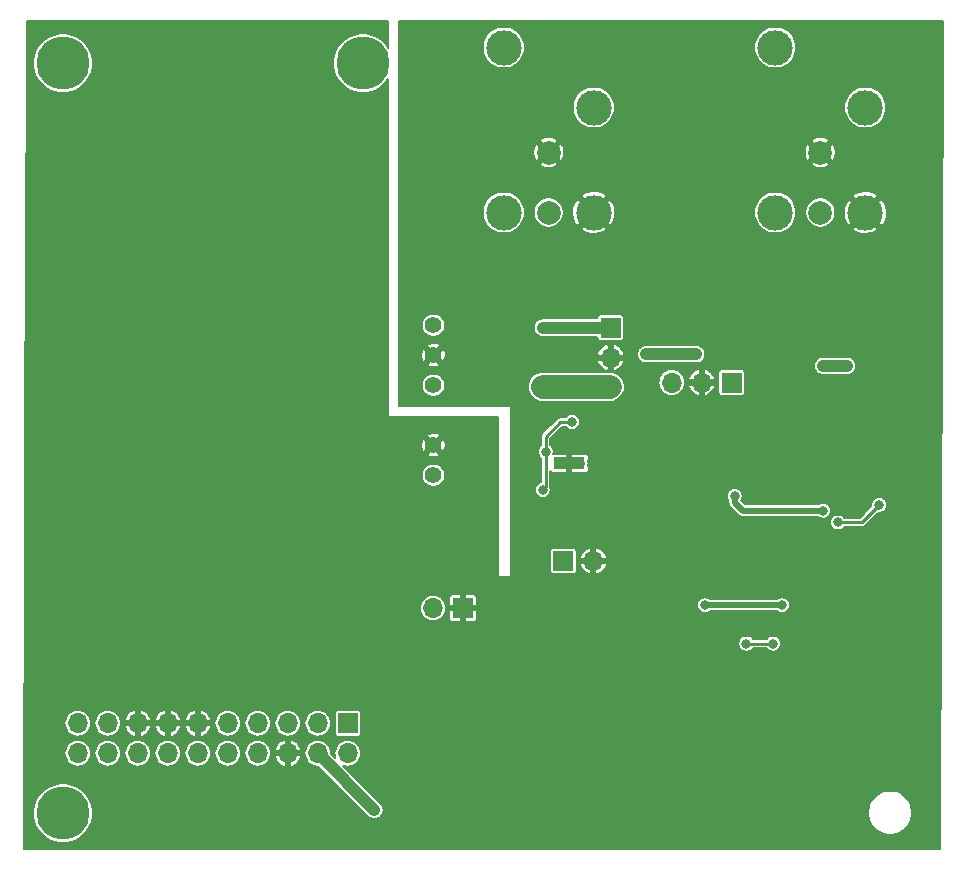
<source format=gbr>
G04 #@! TF.GenerationSoftware,KiCad,Pcbnew,(5.1.2)-2*
G04 #@! TF.CreationDate,2019-12-30T17:27:18+01:00*
G04 #@! TF.ProjectId,BalancedAudioBox,42616c61-6e63-4656-9441-7564696f426f,rev?*
G04 #@! TF.SameCoordinates,Original*
G04 #@! TF.FileFunction,Copper,L2,Bot*
G04 #@! TF.FilePolarity,Positive*
%FSLAX46Y46*%
G04 Gerber Fmt 4.6, Leading zero omitted, Abs format (unit mm)*
G04 Created by KiCad (PCBNEW (5.1.2)-2) date 2019-12-30 17:27:18*
%MOMM*%
%LPD*%
G04 APERTURE LIST*
%ADD10R,2.650000X1.000000*%
%ADD11C,0.600000*%
%ADD12R,1.700000X1.700000*%
%ADD13O,1.700000X1.700000*%
%ADD14C,4.500000*%
%ADD15C,1.416000*%
%ADD16C,3.000000*%
%ADD17C,2.000000*%
%ADD18C,0.800000*%
%ADD19C,0.250000*%
%ADD20C,1.000000*%
%ADD21C,2.000000*%
%ADD22C,0.500000*%
%ADD23C,0.150000*%
G04 APERTURE END LIST*
D10*
X157750000Y-102000000D03*
D11*
X158750000Y-102000000D03*
X156750000Y-102000000D03*
D12*
X157250000Y-110250000D03*
D13*
X159790000Y-110250000D03*
D12*
X148750000Y-114250000D03*
D13*
X146210000Y-114250000D03*
X116140000Y-126540000D03*
X116140000Y-124000000D03*
X118680000Y-126540000D03*
X118680000Y-124000000D03*
X121220000Y-126540000D03*
X121220000Y-124000000D03*
X123760000Y-126540000D03*
X123760000Y-124000000D03*
X126300000Y-126540000D03*
X126300000Y-124000000D03*
X128840000Y-126540000D03*
X128840000Y-124000000D03*
X131380000Y-126540000D03*
X131380000Y-124000000D03*
X133920000Y-126540000D03*
X133920000Y-124000000D03*
X136460000Y-126540000D03*
X136460000Y-124000000D03*
X139000000Y-126540000D03*
D12*
X139000000Y-124000000D03*
D14*
X114870000Y-68120000D03*
X114870000Y-131620000D03*
X140270000Y-68120000D03*
D13*
X161250000Y-95580000D03*
X161250000Y-93040000D03*
D12*
X161250000Y-90500000D03*
D15*
X146250000Y-90300000D03*
X146250000Y-92840000D03*
X146250000Y-95380000D03*
X146250000Y-100460000D03*
X146250000Y-103000000D03*
D16*
X175190000Y-80755000D03*
D17*
X179000000Y-80755000D03*
D16*
X182810000Y-80755000D03*
X175190000Y-66785000D03*
X182810000Y-71865000D03*
D17*
X179000000Y-75675000D03*
X156000000Y-75675000D03*
D16*
X159810000Y-71865000D03*
X152190000Y-66785000D03*
X159810000Y-80755000D03*
D17*
X156000000Y-80755000D03*
D16*
X152190000Y-80755000D03*
D12*
X171500000Y-95150000D03*
D13*
X168960000Y-95150000D03*
X166420000Y-95150000D03*
D18*
X170500000Y-93500000D03*
X172000000Y-93500000D03*
X174000000Y-94000000D03*
X175000000Y-94000000D03*
X175000000Y-95000000D03*
X178000000Y-95000000D03*
X179000000Y-95000000D03*
X188500000Y-95000000D03*
X187500000Y-95000000D03*
X186500000Y-95000000D03*
X185500000Y-95000000D03*
X184500000Y-95000000D03*
X183500000Y-95000000D03*
X182500000Y-95000000D03*
X181500000Y-95000000D03*
X171750000Y-110500000D03*
X157750000Y-119500000D03*
X159000000Y-119500000D03*
X160250000Y-119500000D03*
X154250000Y-114750000D03*
X154250000Y-113250000D03*
X156250000Y-121250000D03*
X157250000Y-121250000D03*
X150000000Y-110250000D03*
X150000000Y-111250000D03*
X173500000Y-88500000D03*
X175500000Y-87000000D03*
X177250000Y-88500000D03*
X186000000Y-88250000D03*
X169750000Y-97750000D03*
X167250000Y-100000000D03*
X168500000Y-100000000D03*
X169750000Y-100000000D03*
X176500000Y-104750000D03*
X175250000Y-104750000D03*
X180000000Y-100750000D03*
X179242500Y-99507500D03*
X182952500Y-96702500D03*
X179242500Y-98492500D03*
X161750000Y-110250000D03*
X161750000Y-108750000D03*
X161750000Y-107250000D03*
X161750000Y-105750000D03*
X161750000Y-104250000D03*
X162250000Y-99750000D03*
X162250000Y-98500000D03*
X154750000Y-98000000D03*
X155750000Y-97250000D03*
X175918321Y-107725010D03*
X177750000Y-107725010D03*
X181500000Y-86500000D03*
X186000000Y-86500000D03*
X187500000Y-86500000D03*
X177500000Y-86500000D03*
X173500000Y-86500000D03*
X169000000Y-87000000D03*
X159000000Y-87000000D03*
X160500000Y-87000000D03*
X162000000Y-87000000D03*
X163500000Y-87000000D03*
X165000000Y-87000000D03*
X165000000Y-96500000D03*
X165000000Y-94000000D03*
X165000000Y-100000000D03*
X165000000Y-101500000D03*
X171500000Y-107000000D03*
X154500000Y-101000000D03*
X171000000Y-103000000D03*
X165000000Y-106750000D03*
X166000000Y-106750000D03*
X168750000Y-108500000D03*
X168750000Y-109750000D03*
X171000000Y-101850010D03*
X141250000Y-131330000D03*
X168500000Y-92750000D03*
X179250000Y-93750000D03*
X181250000Y-93750000D03*
X155500000Y-95500000D03*
X164250000Y-92750000D03*
X155500000Y-90500000D03*
X172750000Y-117250000D03*
X175000000Y-117250000D03*
X184000000Y-105500000D03*
X180500000Y-107000000D03*
X179250000Y-106000000D03*
X171750000Y-104750000D03*
X169250000Y-114000000D03*
X175750000Y-114000000D03*
X155750000Y-101000000D03*
X155500000Y-104250000D03*
X158000000Y-98500000D03*
D19*
X157750000Y-102000000D02*
X156750000Y-102000000D01*
D20*
X136460000Y-126540000D02*
X141250000Y-131330000D01*
X179250000Y-93750000D02*
X181250000Y-93750000D01*
X168500000Y-92750000D02*
X164250000Y-92750000D01*
X161250000Y-95580000D02*
X161420000Y-95580000D01*
X161170000Y-95500000D02*
X161250000Y-95580000D01*
D21*
X155500000Y-95500000D02*
X161170000Y-95500000D01*
D20*
X161250000Y-90500000D02*
X155500000Y-90500000D01*
D19*
X172750000Y-117250000D02*
X175000000Y-117250000D01*
X184000000Y-105500000D02*
X182500000Y-107000000D01*
X182500000Y-107000000D02*
X180500000Y-107000000D01*
D22*
X172434315Y-106000000D02*
X179250000Y-106000000D01*
X171750000Y-104750000D02*
X171750000Y-105315685D01*
X171750000Y-105315685D02*
X172434315Y-106000000D01*
X175184315Y-114000000D02*
X169250000Y-114000000D01*
X175750000Y-114000000D02*
X175184315Y-114000000D01*
D19*
X155750000Y-101000000D02*
X155750000Y-104000000D01*
X155750000Y-104000000D02*
X155500000Y-104250000D01*
X155750000Y-101000000D02*
X155750000Y-99750000D01*
X157000000Y-98500000D02*
X158000000Y-98500000D01*
X155750000Y-99750000D02*
X157000000Y-98500000D01*
D23*
G36*
X142425000Y-66800306D02*
G01*
X142231295Y-66510407D01*
X141879593Y-66158705D01*
X141466036Y-65882374D01*
X141006515Y-65692035D01*
X140518691Y-65595000D01*
X140021309Y-65595000D01*
X139533485Y-65692035D01*
X139073964Y-65882374D01*
X138660407Y-66158705D01*
X138308705Y-66510407D01*
X138032374Y-66923964D01*
X137842035Y-67383485D01*
X137745000Y-67871309D01*
X137745000Y-68368691D01*
X137842035Y-68856515D01*
X138032374Y-69316036D01*
X138308705Y-69729593D01*
X138660407Y-70081295D01*
X139073964Y-70357626D01*
X139533485Y-70547965D01*
X140021309Y-70645000D01*
X140518691Y-70645000D01*
X141006515Y-70547965D01*
X141466036Y-70357626D01*
X141879593Y-70081295D01*
X142231295Y-69729593D01*
X142425000Y-69439694D01*
X142425000Y-98000000D01*
X142426441Y-98014632D01*
X142430709Y-98028701D01*
X142437640Y-98041668D01*
X142446967Y-98053033D01*
X142458332Y-98062360D01*
X142471299Y-98069291D01*
X142485368Y-98073559D01*
X142500000Y-98075000D01*
X151675000Y-98075000D01*
X151675000Y-111500000D01*
X151676441Y-111514632D01*
X151680709Y-111528701D01*
X151687640Y-111541668D01*
X151696967Y-111553033D01*
X151708332Y-111562360D01*
X151721299Y-111569291D01*
X151735368Y-111573559D01*
X151750000Y-111575000D01*
X152750000Y-111575000D01*
X152764632Y-111573559D01*
X152778701Y-111569291D01*
X152791668Y-111562360D01*
X152803033Y-111553033D01*
X152812360Y-111541668D01*
X152819291Y-111528701D01*
X152823559Y-111514632D01*
X152825000Y-111500000D01*
X152825000Y-109400000D01*
X156123670Y-109400000D01*
X156123670Y-111100000D01*
X156128980Y-111153909D01*
X156144704Y-111205747D01*
X156170240Y-111253521D01*
X156204605Y-111295395D01*
X156246479Y-111329760D01*
X156294253Y-111355296D01*
X156346091Y-111371020D01*
X156400000Y-111376330D01*
X158100000Y-111376330D01*
X158153909Y-111371020D01*
X158205747Y-111355296D01*
X158253521Y-111329760D01*
X158295395Y-111295395D01*
X158329760Y-111253521D01*
X158355296Y-111205747D01*
X158371020Y-111153909D01*
X158376330Y-111100000D01*
X158376330Y-110604607D01*
X158669778Y-110604607D01*
X158760483Y-110816338D01*
X158890752Y-111006305D01*
X159055579Y-111167207D01*
X159248629Y-111292862D01*
X159435394Y-111370214D01*
X159615000Y-111329659D01*
X159615000Y-110425000D01*
X159965000Y-110425000D01*
X159965000Y-111329659D01*
X160144606Y-111370214D01*
X160331371Y-111292862D01*
X160524421Y-111167207D01*
X160689248Y-111006305D01*
X160819517Y-110816338D01*
X160910222Y-110604607D01*
X160870653Y-110425000D01*
X159965000Y-110425000D01*
X159615000Y-110425000D01*
X158709347Y-110425000D01*
X158669778Y-110604607D01*
X158376330Y-110604607D01*
X158376330Y-109895393D01*
X158669778Y-109895393D01*
X158709347Y-110075000D01*
X159615000Y-110075000D01*
X159615000Y-109170341D01*
X159965000Y-109170341D01*
X159965000Y-110075000D01*
X160870653Y-110075000D01*
X160910222Y-109895393D01*
X160819517Y-109683662D01*
X160689248Y-109493695D01*
X160524421Y-109332793D01*
X160331371Y-109207138D01*
X160144606Y-109129786D01*
X159965000Y-109170341D01*
X159615000Y-109170341D01*
X159435394Y-109129786D01*
X159248629Y-109207138D01*
X159055579Y-109332793D01*
X158890752Y-109493695D01*
X158760483Y-109683662D01*
X158669778Y-109895393D01*
X158376330Y-109895393D01*
X158376330Y-109400000D01*
X158371020Y-109346091D01*
X158355296Y-109294253D01*
X158329760Y-109246479D01*
X158295395Y-109204605D01*
X158253521Y-109170240D01*
X158205747Y-109144704D01*
X158153909Y-109128980D01*
X158100000Y-109123670D01*
X156400000Y-109123670D01*
X156346091Y-109128980D01*
X156294253Y-109144704D01*
X156246479Y-109170240D01*
X156204605Y-109204605D01*
X156170240Y-109246479D01*
X156144704Y-109294253D01*
X156128980Y-109346091D01*
X156123670Y-109400000D01*
X152825000Y-109400000D01*
X152825000Y-106933518D01*
X179825000Y-106933518D01*
X179825000Y-107066482D01*
X179850940Y-107196890D01*
X179901823Y-107319732D01*
X179975693Y-107430287D01*
X180069713Y-107524307D01*
X180180268Y-107598177D01*
X180303110Y-107649060D01*
X180433518Y-107675000D01*
X180566482Y-107675000D01*
X180696890Y-107649060D01*
X180819732Y-107598177D01*
X180930287Y-107524307D01*
X181024307Y-107430287D01*
X181044544Y-107400000D01*
X182480354Y-107400000D01*
X182500000Y-107401935D01*
X182519646Y-107400000D01*
X182519647Y-107400000D01*
X182578414Y-107394212D01*
X182653814Y-107371340D01*
X182723303Y-107334197D01*
X182784211Y-107284211D01*
X182796737Y-107268948D01*
X183897792Y-106167893D01*
X183933518Y-106175000D01*
X184066482Y-106175000D01*
X184196890Y-106149060D01*
X184319732Y-106098177D01*
X184430287Y-106024307D01*
X184524307Y-105930287D01*
X184598177Y-105819732D01*
X184649060Y-105696890D01*
X184675000Y-105566482D01*
X184675000Y-105433518D01*
X184649060Y-105303110D01*
X184598177Y-105180268D01*
X184524307Y-105069713D01*
X184430287Y-104975693D01*
X184319732Y-104901823D01*
X184196890Y-104850940D01*
X184066482Y-104825000D01*
X183933518Y-104825000D01*
X183803110Y-104850940D01*
X183680268Y-104901823D01*
X183569713Y-104975693D01*
X183475693Y-105069713D01*
X183401823Y-105180268D01*
X183350940Y-105303110D01*
X183325000Y-105433518D01*
X183325000Y-105566482D01*
X183332107Y-105602208D01*
X182334315Y-106600000D01*
X181044544Y-106600000D01*
X181024307Y-106569713D01*
X180930287Y-106475693D01*
X180819732Y-106401823D01*
X180696890Y-106350940D01*
X180566482Y-106325000D01*
X180433518Y-106325000D01*
X180303110Y-106350940D01*
X180180268Y-106401823D01*
X180069713Y-106475693D01*
X179975693Y-106569713D01*
X179901823Y-106680268D01*
X179850940Y-106803110D01*
X179825000Y-106933518D01*
X152825000Y-106933518D01*
X152825000Y-104183518D01*
X154825000Y-104183518D01*
X154825000Y-104316482D01*
X154850940Y-104446890D01*
X154901823Y-104569732D01*
X154975693Y-104680287D01*
X155069713Y-104774307D01*
X155180268Y-104848177D01*
X155303110Y-104899060D01*
X155433518Y-104925000D01*
X155566482Y-104925000D01*
X155696890Y-104899060D01*
X155819732Y-104848177D01*
X155930287Y-104774307D01*
X156021076Y-104683518D01*
X171075000Y-104683518D01*
X171075000Y-104816482D01*
X171100940Y-104946890D01*
X171151823Y-105069732D01*
X171225000Y-105179250D01*
X171225000Y-105289905D01*
X171222461Y-105315685D01*
X171225000Y-105341465D01*
X171225000Y-105341473D01*
X171225933Y-105350940D01*
X171232597Y-105418602D01*
X171262617Y-105517565D01*
X171262618Y-105517566D01*
X171311368Y-105608771D01*
X171376974Y-105688712D01*
X171397005Y-105705151D01*
X172044849Y-106352995D01*
X172061288Y-106373027D01*
X172141229Y-106438633D01*
X172232434Y-106487383D01*
X172331397Y-106517403D01*
X172408527Y-106525000D01*
X172434315Y-106527540D01*
X172460103Y-106525000D01*
X178820750Y-106525000D01*
X178930268Y-106598177D01*
X179053110Y-106649060D01*
X179183518Y-106675000D01*
X179316482Y-106675000D01*
X179446890Y-106649060D01*
X179569732Y-106598177D01*
X179680287Y-106524307D01*
X179774307Y-106430287D01*
X179848177Y-106319732D01*
X179899060Y-106196890D01*
X179925000Y-106066482D01*
X179925000Y-105933518D01*
X179899060Y-105803110D01*
X179848177Y-105680268D01*
X179774307Y-105569713D01*
X179680287Y-105475693D01*
X179569732Y-105401823D01*
X179446890Y-105350940D01*
X179316482Y-105325000D01*
X179183518Y-105325000D01*
X179053110Y-105350940D01*
X178930268Y-105401823D01*
X178820750Y-105475000D01*
X172651777Y-105475000D01*
X172307454Y-105130678D01*
X172348177Y-105069732D01*
X172399060Y-104946890D01*
X172425000Y-104816482D01*
X172425000Y-104683518D01*
X172399060Y-104553110D01*
X172348177Y-104430268D01*
X172274307Y-104319713D01*
X172180287Y-104225693D01*
X172069732Y-104151823D01*
X171946890Y-104100940D01*
X171816482Y-104075000D01*
X171683518Y-104075000D01*
X171553110Y-104100940D01*
X171430268Y-104151823D01*
X171319713Y-104225693D01*
X171225693Y-104319713D01*
X171151823Y-104430268D01*
X171100940Y-104553110D01*
X171075000Y-104683518D01*
X156021076Y-104683518D01*
X156024307Y-104680287D01*
X156098177Y-104569732D01*
X156149060Y-104446890D01*
X156175000Y-104316482D01*
X156175000Y-104183518D01*
X156149060Y-104053110D01*
X156147157Y-104048515D01*
X156150000Y-104019647D01*
X156150000Y-104019637D01*
X156151934Y-104000001D01*
X156150000Y-103980365D01*
X156150000Y-102674953D01*
X156153464Y-102681434D01*
X156194078Y-102730922D01*
X156243566Y-102771536D01*
X156300026Y-102801714D01*
X156361289Y-102820298D01*
X156425000Y-102826573D01*
X157493750Y-102825000D01*
X157575000Y-102743750D01*
X157575000Y-102175000D01*
X157555000Y-102175000D01*
X157555000Y-101825000D01*
X157575000Y-101825000D01*
X157575000Y-101256250D01*
X157925000Y-101256250D01*
X157925000Y-101825000D01*
X158149582Y-101825000D01*
X158128989Y-101906412D01*
X158122663Y-102029363D01*
X158140446Y-102151187D01*
X158147670Y-102175000D01*
X157925000Y-102175000D01*
X157925000Y-102743750D01*
X158006250Y-102825000D01*
X159075000Y-102826573D01*
X159138711Y-102820298D01*
X159199974Y-102801714D01*
X159256434Y-102771536D01*
X159305922Y-102730922D01*
X159346536Y-102681434D01*
X159376714Y-102624974D01*
X159395298Y-102563711D01*
X159401573Y-102500000D01*
X159400000Y-102256250D01*
X159344025Y-102200275D01*
X159371011Y-102093588D01*
X159377337Y-101970637D01*
X159359554Y-101848813D01*
X159344515Y-101799235D01*
X159400000Y-101743750D01*
X159401573Y-101500000D01*
X159395298Y-101436289D01*
X159376714Y-101375026D01*
X159346536Y-101318566D01*
X159305922Y-101269078D01*
X159256434Y-101228464D01*
X159199974Y-101198286D01*
X159138711Y-101179702D01*
X159075000Y-101173427D01*
X158006250Y-101175000D01*
X157925000Y-101256250D01*
X157575000Y-101256250D01*
X157493750Y-101175000D01*
X156425000Y-101173427D01*
X156403302Y-101175564D01*
X156425000Y-101066482D01*
X156425000Y-100933518D01*
X156399060Y-100803110D01*
X156348177Y-100680268D01*
X156274307Y-100569713D01*
X156180287Y-100475693D01*
X156150000Y-100455456D01*
X156150000Y-99915685D01*
X157165686Y-98900000D01*
X157455456Y-98900000D01*
X157475693Y-98930287D01*
X157569713Y-99024307D01*
X157680268Y-99098177D01*
X157803110Y-99149060D01*
X157933518Y-99175000D01*
X158066482Y-99175000D01*
X158196890Y-99149060D01*
X158319732Y-99098177D01*
X158430287Y-99024307D01*
X158524307Y-98930287D01*
X158598177Y-98819732D01*
X158649060Y-98696890D01*
X158675000Y-98566482D01*
X158675000Y-98433518D01*
X158649060Y-98303110D01*
X158598177Y-98180268D01*
X158524307Y-98069713D01*
X158430287Y-97975693D01*
X158319732Y-97901823D01*
X158196890Y-97850940D01*
X158066482Y-97825000D01*
X157933518Y-97825000D01*
X157803110Y-97850940D01*
X157680268Y-97901823D01*
X157569713Y-97975693D01*
X157475693Y-98069713D01*
X157455456Y-98100000D01*
X157019646Y-98100000D01*
X157000000Y-98098065D01*
X156980353Y-98100000D01*
X156921586Y-98105788D01*
X156846186Y-98128660D01*
X156776697Y-98165803D01*
X156731049Y-98203265D01*
X156731047Y-98203267D01*
X156715789Y-98215789D01*
X156703267Y-98231047D01*
X155481048Y-99453267D01*
X155465790Y-99465789D01*
X155453268Y-99481047D01*
X155453265Y-99481050D01*
X155415803Y-99526698D01*
X155378661Y-99596186D01*
X155355788Y-99671587D01*
X155348065Y-99750000D01*
X155350001Y-99769656D01*
X155350000Y-100455456D01*
X155319713Y-100475693D01*
X155225693Y-100569713D01*
X155151823Y-100680268D01*
X155100940Y-100803110D01*
X155075000Y-100933518D01*
X155075000Y-101066482D01*
X155100940Y-101196890D01*
X155151823Y-101319732D01*
X155225693Y-101430287D01*
X155319713Y-101524307D01*
X155350000Y-101544544D01*
X155350001Y-103591613D01*
X155303110Y-103600940D01*
X155180268Y-103651823D01*
X155069713Y-103725693D01*
X154975693Y-103819713D01*
X154901823Y-103930268D01*
X154850940Y-104053110D01*
X154825000Y-104183518D01*
X152825000Y-104183518D01*
X152825000Y-97250000D01*
X152823559Y-97235368D01*
X152819291Y-97221299D01*
X152812360Y-97208332D01*
X152803033Y-97196967D01*
X152791668Y-97187640D01*
X152778701Y-97180709D01*
X152764632Y-97176441D01*
X152750000Y-97175000D01*
X143325000Y-97175000D01*
X143325000Y-95283183D01*
X145267000Y-95283183D01*
X145267000Y-95476817D01*
X145304776Y-95666730D01*
X145378877Y-95845625D01*
X145486454Y-96006626D01*
X145623374Y-96143546D01*
X145784375Y-96251123D01*
X145963270Y-96325224D01*
X146153183Y-96363000D01*
X146346817Y-96363000D01*
X146536730Y-96325224D01*
X146715625Y-96251123D01*
X146876626Y-96143546D01*
X147013546Y-96006626D01*
X147121123Y-95845625D01*
X147195224Y-95666730D01*
X147228388Y-95500000D01*
X154218831Y-95500000D01*
X154243448Y-95749944D01*
X154316354Y-95990282D01*
X154434747Y-96211779D01*
X154594077Y-96405923D01*
X154788221Y-96565253D01*
X155009718Y-96683646D01*
X155250056Y-96756552D01*
X155437364Y-96775000D01*
X161232636Y-96775000D01*
X161419944Y-96756552D01*
X161660282Y-96683646D01*
X161881779Y-96565253D01*
X162075923Y-96405923D01*
X162235253Y-96211779D01*
X162353646Y-95990282D01*
X162426552Y-95749944D01*
X162451169Y-95500000D01*
X162426552Y-95250056D01*
X162396201Y-95150000D01*
X165289557Y-95150000D01*
X165311278Y-95370538D01*
X165375607Y-95582602D01*
X165480071Y-95778040D01*
X165620656Y-95949344D01*
X165791960Y-96089929D01*
X165987398Y-96194393D01*
X166199462Y-96258722D01*
X166364736Y-96275000D01*
X166475264Y-96275000D01*
X166640538Y-96258722D01*
X166852602Y-96194393D01*
X167048040Y-96089929D01*
X167219344Y-95949344D01*
X167359929Y-95778040D01*
X167464393Y-95582602D01*
X167488052Y-95504607D01*
X167839778Y-95504607D01*
X167930483Y-95716338D01*
X168060752Y-95906305D01*
X168225579Y-96067207D01*
X168418629Y-96192862D01*
X168605394Y-96270214D01*
X168785000Y-96229659D01*
X168785000Y-95325000D01*
X169135000Y-95325000D01*
X169135000Y-96229659D01*
X169314606Y-96270214D01*
X169501371Y-96192862D01*
X169694421Y-96067207D01*
X169859248Y-95906305D01*
X169989517Y-95716338D01*
X170080222Y-95504607D01*
X170040653Y-95325000D01*
X169135000Y-95325000D01*
X168785000Y-95325000D01*
X167879347Y-95325000D01*
X167839778Y-95504607D01*
X167488052Y-95504607D01*
X167528722Y-95370538D01*
X167550443Y-95150000D01*
X167528722Y-94929462D01*
X167488053Y-94795393D01*
X167839778Y-94795393D01*
X167879347Y-94975000D01*
X168785000Y-94975000D01*
X168785000Y-94070341D01*
X169135000Y-94070341D01*
X169135000Y-94975000D01*
X170040653Y-94975000D01*
X170080222Y-94795393D01*
X169989517Y-94583662D01*
X169859248Y-94393695D01*
X169763268Y-94300000D01*
X170373670Y-94300000D01*
X170373670Y-96000000D01*
X170378980Y-96053909D01*
X170394704Y-96105747D01*
X170420240Y-96153521D01*
X170454605Y-96195395D01*
X170496479Y-96229760D01*
X170544253Y-96255296D01*
X170596091Y-96271020D01*
X170650000Y-96276330D01*
X172350000Y-96276330D01*
X172403909Y-96271020D01*
X172455747Y-96255296D01*
X172503521Y-96229760D01*
X172545395Y-96195395D01*
X172579760Y-96153521D01*
X172605296Y-96105747D01*
X172621020Y-96053909D01*
X172626330Y-96000000D01*
X172626330Y-94300000D01*
X172621020Y-94246091D01*
X172605296Y-94194253D01*
X172579760Y-94146479D01*
X172545395Y-94104605D01*
X172503521Y-94070240D01*
X172455747Y-94044704D01*
X172403909Y-94028980D01*
X172350000Y-94023670D01*
X170650000Y-94023670D01*
X170596091Y-94028980D01*
X170544253Y-94044704D01*
X170496479Y-94070240D01*
X170454605Y-94104605D01*
X170420240Y-94146479D01*
X170394704Y-94194253D01*
X170378980Y-94246091D01*
X170373670Y-94300000D01*
X169763268Y-94300000D01*
X169694421Y-94232793D01*
X169501371Y-94107138D01*
X169314606Y-94029786D01*
X169135000Y-94070341D01*
X168785000Y-94070341D01*
X168605394Y-94029786D01*
X168418629Y-94107138D01*
X168225579Y-94232793D01*
X168060752Y-94393695D01*
X167930483Y-94583662D01*
X167839778Y-94795393D01*
X167488053Y-94795393D01*
X167464393Y-94717398D01*
X167359929Y-94521960D01*
X167219344Y-94350656D01*
X167048040Y-94210071D01*
X166852602Y-94105607D01*
X166640538Y-94041278D01*
X166475264Y-94025000D01*
X166364736Y-94025000D01*
X166199462Y-94041278D01*
X165987398Y-94105607D01*
X165791960Y-94210071D01*
X165620656Y-94350656D01*
X165480071Y-94521960D01*
X165375607Y-94717398D01*
X165311278Y-94929462D01*
X165289557Y-95150000D01*
X162396201Y-95150000D01*
X162353646Y-95009718D01*
X162235253Y-94788221D01*
X162075923Y-94594077D01*
X161881779Y-94434747D01*
X161660282Y-94316354D01*
X161419944Y-94243448D01*
X161232636Y-94225000D01*
X155437364Y-94225000D01*
X155250056Y-94243448D01*
X155009718Y-94316354D01*
X154788221Y-94434747D01*
X154594077Y-94594077D01*
X154434747Y-94788221D01*
X154316354Y-95009718D01*
X154243448Y-95250056D01*
X154218831Y-95500000D01*
X147228388Y-95500000D01*
X147233000Y-95476817D01*
X147233000Y-95283183D01*
X147195224Y-95093270D01*
X147121123Y-94914375D01*
X147013546Y-94753374D01*
X146876626Y-94616454D01*
X146715625Y-94508877D01*
X146536730Y-94434776D01*
X146346817Y-94397000D01*
X146153183Y-94397000D01*
X145963270Y-94434776D01*
X145784375Y-94508877D01*
X145623374Y-94616454D01*
X145486454Y-94753374D01*
X145378877Y-94914375D01*
X145304776Y-95093270D01*
X145267000Y-95283183D01*
X143325000Y-95283183D01*
X143325000Y-93628853D01*
X145708634Y-93628853D01*
X145790192Y-93770600D01*
X145980578Y-93842423D01*
X146181318Y-93875723D01*
X146384697Y-93869221D01*
X146582900Y-93823166D01*
X146709808Y-93770600D01*
X146791366Y-93628853D01*
X146557119Y-93394606D01*
X160129786Y-93394606D01*
X160207138Y-93581371D01*
X160332793Y-93774421D01*
X160493695Y-93939248D01*
X160683662Y-94069517D01*
X160895393Y-94160222D01*
X161075000Y-94120653D01*
X161075000Y-93215000D01*
X161425000Y-93215000D01*
X161425000Y-94120653D01*
X161604607Y-94160222D01*
X161816338Y-94069517D01*
X162006305Y-93939248D01*
X162167207Y-93774421D01*
X162183102Y-93750000D01*
X178471251Y-93750000D01*
X178486214Y-93901926D01*
X178530530Y-94048014D01*
X178602494Y-94182650D01*
X178699341Y-94300659D01*
X178817350Y-94397506D01*
X178951986Y-94469470D01*
X179098074Y-94513786D01*
X179211935Y-94525000D01*
X181288065Y-94525000D01*
X181401926Y-94513786D01*
X181548014Y-94469470D01*
X181682650Y-94397506D01*
X181800659Y-94300659D01*
X181897506Y-94182650D01*
X181969470Y-94048014D01*
X182013786Y-93901926D01*
X182028749Y-93750000D01*
X182013786Y-93598074D01*
X181969470Y-93451986D01*
X181897506Y-93317350D01*
X181800659Y-93199341D01*
X181682650Y-93102494D01*
X181548014Y-93030530D01*
X181401926Y-92986214D01*
X181288065Y-92975000D01*
X179211935Y-92975000D01*
X179098074Y-92986214D01*
X178951986Y-93030530D01*
X178817350Y-93102494D01*
X178699341Y-93199341D01*
X178602494Y-93317350D01*
X178530530Y-93451986D01*
X178486214Y-93598074D01*
X178471251Y-93750000D01*
X162183102Y-93750000D01*
X162292862Y-93581371D01*
X162370214Y-93394606D01*
X162329659Y-93215000D01*
X161425000Y-93215000D01*
X161075000Y-93215000D01*
X160170341Y-93215000D01*
X160129786Y-93394606D01*
X146557119Y-93394606D01*
X146250000Y-93087487D01*
X145708634Y-93628853D01*
X143325000Y-93628853D01*
X143325000Y-92771318D01*
X145214277Y-92771318D01*
X145220779Y-92974697D01*
X145266834Y-93172900D01*
X145319400Y-93299808D01*
X145461147Y-93381366D01*
X146002513Y-92840000D01*
X146497487Y-92840000D01*
X147038853Y-93381366D01*
X147180600Y-93299808D01*
X147252423Y-93109422D01*
X147285723Y-92908682D01*
X147279221Y-92705303D01*
X147274595Y-92685394D01*
X160129786Y-92685394D01*
X160170341Y-92865000D01*
X161075000Y-92865000D01*
X161075000Y-91959347D01*
X161425000Y-91959347D01*
X161425000Y-92865000D01*
X162329659Y-92865000D01*
X162355625Y-92750000D01*
X163471251Y-92750000D01*
X163486214Y-92901926D01*
X163530530Y-93048014D01*
X163602494Y-93182650D01*
X163699341Y-93300659D01*
X163817350Y-93397506D01*
X163951986Y-93469470D01*
X164098074Y-93513786D01*
X164211935Y-93525000D01*
X168538065Y-93525000D01*
X168651926Y-93513786D01*
X168798014Y-93469470D01*
X168932650Y-93397506D01*
X169050659Y-93300659D01*
X169147506Y-93182650D01*
X169219470Y-93048014D01*
X169263786Y-92901926D01*
X169278749Y-92750000D01*
X169263786Y-92598074D01*
X169219470Y-92451986D01*
X169147506Y-92317350D01*
X169050659Y-92199341D01*
X168932650Y-92102494D01*
X168798014Y-92030530D01*
X168651926Y-91986214D01*
X168538065Y-91975000D01*
X164211935Y-91975000D01*
X164098074Y-91986214D01*
X163951986Y-92030530D01*
X163817350Y-92102494D01*
X163699341Y-92199341D01*
X163602494Y-92317350D01*
X163530530Y-92451986D01*
X163486214Y-92598074D01*
X163471251Y-92750000D01*
X162355625Y-92750000D01*
X162370214Y-92685394D01*
X162292862Y-92498629D01*
X162167207Y-92305579D01*
X162006305Y-92140752D01*
X161816338Y-92010483D01*
X161604607Y-91919778D01*
X161425000Y-91959347D01*
X161075000Y-91959347D01*
X160895393Y-91919778D01*
X160683662Y-92010483D01*
X160493695Y-92140752D01*
X160332793Y-92305579D01*
X160207138Y-92498629D01*
X160129786Y-92685394D01*
X147274595Y-92685394D01*
X147233166Y-92507100D01*
X147180600Y-92380192D01*
X147038853Y-92298634D01*
X146497487Y-92840000D01*
X146002513Y-92840000D01*
X145461147Y-92298634D01*
X145319400Y-92380192D01*
X145247577Y-92570578D01*
X145214277Y-92771318D01*
X143325000Y-92771318D01*
X143325000Y-92051147D01*
X145708634Y-92051147D01*
X146250000Y-92592513D01*
X146791366Y-92051147D01*
X146709808Y-91909400D01*
X146519422Y-91837577D01*
X146318682Y-91804277D01*
X146115303Y-91810779D01*
X145917100Y-91856834D01*
X145790192Y-91909400D01*
X145708634Y-92051147D01*
X143325000Y-92051147D01*
X143325000Y-90203183D01*
X145267000Y-90203183D01*
X145267000Y-90396817D01*
X145304776Y-90586730D01*
X145378877Y-90765625D01*
X145486454Y-90926626D01*
X145623374Y-91063546D01*
X145784375Y-91171123D01*
X145963270Y-91245224D01*
X146153183Y-91283000D01*
X146346817Y-91283000D01*
X146536730Y-91245224D01*
X146715625Y-91171123D01*
X146876626Y-91063546D01*
X147013546Y-90926626D01*
X147121123Y-90765625D01*
X147195224Y-90586730D01*
X147212475Y-90500000D01*
X154721251Y-90500000D01*
X154736214Y-90651926D01*
X154780530Y-90798014D01*
X154852494Y-90932650D01*
X154949341Y-91050659D01*
X155067350Y-91147506D01*
X155201986Y-91219470D01*
X155348074Y-91263786D01*
X155461935Y-91275000D01*
X160123670Y-91275000D01*
X160123670Y-91350000D01*
X160128980Y-91403909D01*
X160144704Y-91455747D01*
X160170240Y-91503521D01*
X160204605Y-91545395D01*
X160246479Y-91579760D01*
X160294253Y-91605296D01*
X160346091Y-91621020D01*
X160400000Y-91626330D01*
X162100000Y-91626330D01*
X162153909Y-91621020D01*
X162205747Y-91605296D01*
X162253521Y-91579760D01*
X162295395Y-91545395D01*
X162329760Y-91503521D01*
X162355296Y-91455747D01*
X162371020Y-91403909D01*
X162376330Y-91350000D01*
X162376330Y-89650000D01*
X162371020Y-89596091D01*
X162355296Y-89544253D01*
X162329760Y-89496479D01*
X162295395Y-89454605D01*
X162253521Y-89420240D01*
X162205747Y-89394704D01*
X162153909Y-89378980D01*
X162100000Y-89373670D01*
X160400000Y-89373670D01*
X160346091Y-89378980D01*
X160294253Y-89394704D01*
X160246479Y-89420240D01*
X160204605Y-89454605D01*
X160170240Y-89496479D01*
X160144704Y-89544253D01*
X160128980Y-89596091D01*
X160123670Y-89650000D01*
X160123670Y-89725000D01*
X155461935Y-89725000D01*
X155348074Y-89736214D01*
X155201986Y-89780530D01*
X155067350Y-89852494D01*
X154949341Y-89949341D01*
X154852494Y-90067350D01*
X154780530Y-90201986D01*
X154736214Y-90348074D01*
X154721251Y-90500000D01*
X147212475Y-90500000D01*
X147233000Y-90396817D01*
X147233000Y-90203183D01*
X147195224Y-90013270D01*
X147121123Y-89834375D01*
X147013546Y-89673374D01*
X146876626Y-89536454D01*
X146715625Y-89428877D01*
X146536730Y-89354776D01*
X146346817Y-89317000D01*
X146153183Y-89317000D01*
X145963270Y-89354776D01*
X145784375Y-89428877D01*
X145623374Y-89536454D01*
X145486454Y-89673374D01*
X145378877Y-89834375D01*
X145304776Y-90013270D01*
X145267000Y-90203183D01*
X143325000Y-90203183D01*
X143325000Y-80580178D01*
X150415000Y-80580178D01*
X150415000Y-80929822D01*
X150483213Y-81272748D01*
X150617016Y-81595778D01*
X150811268Y-81886496D01*
X151058504Y-82133732D01*
X151349222Y-82327984D01*
X151672252Y-82461787D01*
X152015178Y-82530000D01*
X152364822Y-82530000D01*
X152707748Y-82461787D01*
X153030778Y-82327984D01*
X153321496Y-82133732D01*
X153343417Y-82111811D01*
X158700676Y-82111811D01*
X158878598Y-82334691D01*
X159204677Y-82486045D01*
X159554018Y-82570876D01*
X159913197Y-82585924D01*
X160268410Y-82530611D01*
X160606006Y-82407062D01*
X160741402Y-82334691D01*
X160919324Y-82111811D01*
X159810000Y-81002487D01*
X158700676Y-82111811D01*
X153343417Y-82111811D01*
X153568732Y-81886496D01*
X153762984Y-81595778D01*
X153896787Y-81272748D01*
X153965000Y-80929822D01*
X153965000Y-80629423D01*
X154725000Y-80629423D01*
X154725000Y-80880577D01*
X154773998Y-81126904D01*
X154870110Y-81358939D01*
X155009643Y-81567765D01*
X155187235Y-81745357D01*
X155396061Y-81884890D01*
X155628096Y-81981002D01*
X155874423Y-82030000D01*
X156125577Y-82030000D01*
X156371904Y-81981002D01*
X156603939Y-81884890D01*
X156812765Y-81745357D01*
X156990357Y-81567765D01*
X157129890Y-81358939D01*
X157226002Y-81126904D01*
X157275000Y-80880577D01*
X157275000Y-80858197D01*
X157979076Y-80858197D01*
X158034389Y-81213410D01*
X158157938Y-81551006D01*
X158230309Y-81686402D01*
X158453189Y-81864324D01*
X159562513Y-80755000D01*
X160057487Y-80755000D01*
X161166811Y-81864324D01*
X161389691Y-81686402D01*
X161541045Y-81360323D01*
X161625876Y-81010982D01*
X161640924Y-80651803D01*
X161629771Y-80580178D01*
X173415000Y-80580178D01*
X173415000Y-80929822D01*
X173483213Y-81272748D01*
X173617016Y-81595778D01*
X173811268Y-81886496D01*
X174058504Y-82133732D01*
X174349222Y-82327984D01*
X174672252Y-82461787D01*
X175015178Y-82530000D01*
X175364822Y-82530000D01*
X175707748Y-82461787D01*
X176030778Y-82327984D01*
X176321496Y-82133732D01*
X176343417Y-82111811D01*
X181700676Y-82111811D01*
X181878598Y-82334691D01*
X182204677Y-82486045D01*
X182554018Y-82570876D01*
X182913197Y-82585924D01*
X183268410Y-82530611D01*
X183606006Y-82407062D01*
X183741402Y-82334691D01*
X183919324Y-82111811D01*
X182810000Y-81002487D01*
X181700676Y-82111811D01*
X176343417Y-82111811D01*
X176568732Y-81886496D01*
X176762984Y-81595778D01*
X176896787Y-81272748D01*
X176965000Y-80929822D01*
X176965000Y-80629423D01*
X177725000Y-80629423D01*
X177725000Y-80880577D01*
X177773998Y-81126904D01*
X177870110Y-81358939D01*
X178009643Y-81567765D01*
X178187235Y-81745357D01*
X178396061Y-81884890D01*
X178628096Y-81981002D01*
X178874423Y-82030000D01*
X179125577Y-82030000D01*
X179371904Y-81981002D01*
X179603939Y-81884890D01*
X179812765Y-81745357D01*
X179990357Y-81567765D01*
X180129890Y-81358939D01*
X180226002Y-81126904D01*
X180275000Y-80880577D01*
X180275000Y-80858197D01*
X180979076Y-80858197D01*
X181034389Y-81213410D01*
X181157938Y-81551006D01*
X181230309Y-81686402D01*
X181453189Y-81864324D01*
X182562513Y-80755000D01*
X183057487Y-80755000D01*
X184166811Y-81864324D01*
X184389691Y-81686402D01*
X184541045Y-81360323D01*
X184625876Y-81010982D01*
X184640924Y-80651803D01*
X184585611Y-80296590D01*
X184462062Y-79958994D01*
X184389691Y-79823598D01*
X184166811Y-79645676D01*
X183057487Y-80755000D01*
X182562513Y-80755000D01*
X181453189Y-79645676D01*
X181230309Y-79823598D01*
X181078955Y-80149677D01*
X180994124Y-80499018D01*
X180979076Y-80858197D01*
X180275000Y-80858197D01*
X180275000Y-80629423D01*
X180226002Y-80383096D01*
X180129890Y-80151061D01*
X179990357Y-79942235D01*
X179812765Y-79764643D01*
X179603939Y-79625110D01*
X179371904Y-79528998D01*
X179125577Y-79480000D01*
X178874423Y-79480000D01*
X178628096Y-79528998D01*
X178396061Y-79625110D01*
X178187235Y-79764643D01*
X178009643Y-79942235D01*
X177870110Y-80151061D01*
X177773998Y-80383096D01*
X177725000Y-80629423D01*
X176965000Y-80629423D01*
X176965000Y-80580178D01*
X176896787Y-80237252D01*
X176762984Y-79914222D01*
X176568732Y-79623504D01*
X176343417Y-79398189D01*
X181700676Y-79398189D01*
X182810000Y-80507513D01*
X183919324Y-79398189D01*
X183741402Y-79175309D01*
X183415323Y-79023955D01*
X183065982Y-78939124D01*
X182706803Y-78924076D01*
X182351590Y-78979389D01*
X182013994Y-79102938D01*
X181878598Y-79175309D01*
X181700676Y-79398189D01*
X176343417Y-79398189D01*
X176321496Y-79376268D01*
X176030778Y-79182016D01*
X175707748Y-79048213D01*
X175364822Y-78980000D01*
X175015178Y-78980000D01*
X174672252Y-79048213D01*
X174349222Y-79182016D01*
X174058504Y-79376268D01*
X173811268Y-79623504D01*
X173617016Y-79914222D01*
X173483213Y-80237252D01*
X173415000Y-80580178D01*
X161629771Y-80580178D01*
X161585611Y-80296590D01*
X161462062Y-79958994D01*
X161389691Y-79823598D01*
X161166811Y-79645676D01*
X160057487Y-80755000D01*
X159562513Y-80755000D01*
X158453189Y-79645676D01*
X158230309Y-79823598D01*
X158078955Y-80149677D01*
X157994124Y-80499018D01*
X157979076Y-80858197D01*
X157275000Y-80858197D01*
X157275000Y-80629423D01*
X157226002Y-80383096D01*
X157129890Y-80151061D01*
X156990357Y-79942235D01*
X156812765Y-79764643D01*
X156603939Y-79625110D01*
X156371904Y-79528998D01*
X156125577Y-79480000D01*
X155874423Y-79480000D01*
X155628096Y-79528998D01*
X155396061Y-79625110D01*
X155187235Y-79764643D01*
X155009643Y-79942235D01*
X154870110Y-80151061D01*
X154773998Y-80383096D01*
X154725000Y-80629423D01*
X153965000Y-80629423D01*
X153965000Y-80580178D01*
X153896787Y-80237252D01*
X153762984Y-79914222D01*
X153568732Y-79623504D01*
X153343417Y-79398189D01*
X158700676Y-79398189D01*
X159810000Y-80507513D01*
X160919324Y-79398189D01*
X160741402Y-79175309D01*
X160415323Y-79023955D01*
X160065982Y-78939124D01*
X159706803Y-78924076D01*
X159351590Y-78979389D01*
X159013994Y-79102938D01*
X158878598Y-79175309D01*
X158700676Y-79398189D01*
X153343417Y-79398189D01*
X153321496Y-79376268D01*
X153030778Y-79182016D01*
X152707748Y-79048213D01*
X152364822Y-78980000D01*
X152015178Y-78980000D01*
X151672252Y-79048213D01*
X151349222Y-79182016D01*
X151058504Y-79376268D01*
X150811268Y-79623504D01*
X150617016Y-79914222D01*
X150483213Y-80237252D01*
X150415000Y-80580178D01*
X143325000Y-80580178D01*
X143325000Y-76674037D01*
X155248450Y-76674037D01*
X155365784Y-76845651D01*
X155606353Y-76946886D01*
X155862049Y-76999244D01*
X156123046Y-77000712D01*
X156379315Y-76951234D01*
X156621008Y-76852710D01*
X156634216Y-76845651D01*
X156751550Y-76674037D01*
X178248450Y-76674037D01*
X178365784Y-76845651D01*
X178606353Y-76946886D01*
X178862049Y-76999244D01*
X179123046Y-77000712D01*
X179379315Y-76951234D01*
X179621008Y-76852710D01*
X179634216Y-76845651D01*
X179751550Y-76674037D01*
X179000000Y-75922487D01*
X178248450Y-76674037D01*
X156751550Y-76674037D01*
X156000000Y-75922487D01*
X155248450Y-76674037D01*
X143325000Y-76674037D01*
X143325000Y-75798046D01*
X154674288Y-75798046D01*
X154723766Y-76054315D01*
X154822290Y-76296008D01*
X154829349Y-76309216D01*
X155000963Y-76426550D01*
X155752513Y-75675000D01*
X156247487Y-75675000D01*
X156999037Y-76426550D01*
X157170651Y-76309216D01*
X157271886Y-76068647D01*
X157324244Y-75812951D01*
X157324327Y-75798046D01*
X177674288Y-75798046D01*
X177723766Y-76054315D01*
X177822290Y-76296008D01*
X177829349Y-76309216D01*
X178000963Y-76426550D01*
X178752513Y-75675000D01*
X179247487Y-75675000D01*
X179999037Y-76426550D01*
X180170651Y-76309216D01*
X180271886Y-76068647D01*
X180324244Y-75812951D01*
X180325712Y-75551954D01*
X180276234Y-75295685D01*
X180177710Y-75053992D01*
X180170651Y-75040784D01*
X179999037Y-74923450D01*
X179247487Y-75675000D01*
X178752513Y-75675000D01*
X178000963Y-74923450D01*
X177829349Y-75040784D01*
X177728114Y-75281353D01*
X177675756Y-75537049D01*
X177674288Y-75798046D01*
X157324327Y-75798046D01*
X157325712Y-75551954D01*
X157276234Y-75295685D01*
X157177710Y-75053992D01*
X157170651Y-75040784D01*
X156999037Y-74923450D01*
X156247487Y-75675000D01*
X155752513Y-75675000D01*
X155000963Y-74923450D01*
X154829349Y-75040784D01*
X154728114Y-75281353D01*
X154675756Y-75537049D01*
X154674288Y-75798046D01*
X143325000Y-75798046D01*
X143325000Y-74675963D01*
X155248450Y-74675963D01*
X156000000Y-75427513D01*
X156751550Y-74675963D01*
X178248450Y-74675963D01*
X179000000Y-75427513D01*
X179751550Y-74675963D01*
X179634216Y-74504349D01*
X179393647Y-74403114D01*
X179137951Y-74350756D01*
X178876954Y-74349288D01*
X178620685Y-74398766D01*
X178378992Y-74497290D01*
X178365784Y-74504349D01*
X178248450Y-74675963D01*
X156751550Y-74675963D01*
X156634216Y-74504349D01*
X156393647Y-74403114D01*
X156137951Y-74350756D01*
X155876954Y-74349288D01*
X155620685Y-74398766D01*
X155378992Y-74497290D01*
X155365784Y-74504349D01*
X155248450Y-74675963D01*
X143325000Y-74675963D01*
X143325000Y-71690178D01*
X158035000Y-71690178D01*
X158035000Y-72039822D01*
X158103213Y-72382748D01*
X158237016Y-72705778D01*
X158431268Y-72996496D01*
X158678504Y-73243732D01*
X158969222Y-73437984D01*
X159292252Y-73571787D01*
X159635178Y-73640000D01*
X159984822Y-73640000D01*
X160327748Y-73571787D01*
X160650778Y-73437984D01*
X160941496Y-73243732D01*
X161188732Y-72996496D01*
X161382984Y-72705778D01*
X161516787Y-72382748D01*
X161585000Y-72039822D01*
X161585000Y-71690178D01*
X181035000Y-71690178D01*
X181035000Y-72039822D01*
X181103213Y-72382748D01*
X181237016Y-72705778D01*
X181431268Y-72996496D01*
X181678504Y-73243732D01*
X181969222Y-73437984D01*
X182292252Y-73571787D01*
X182635178Y-73640000D01*
X182984822Y-73640000D01*
X183327748Y-73571787D01*
X183650778Y-73437984D01*
X183941496Y-73243732D01*
X184188732Y-72996496D01*
X184382984Y-72705778D01*
X184516787Y-72382748D01*
X184585000Y-72039822D01*
X184585000Y-71690178D01*
X184516787Y-71347252D01*
X184382984Y-71024222D01*
X184188732Y-70733504D01*
X183941496Y-70486268D01*
X183650778Y-70292016D01*
X183327748Y-70158213D01*
X182984822Y-70090000D01*
X182635178Y-70090000D01*
X182292252Y-70158213D01*
X181969222Y-70292016D01*
X181678504Y-70486268D01*
X181431268Y-70733504D01*
X181237016Y-71024222D01*
X181103213Y-71347252D01*
X181035000Y-71690178D01*
X161585000Y-71690178D01*
X161516787Y-71347252D01*
X161382984Y-71024222D01*
X161188732Y-70733504D01*
X160941496Y-70486268D01*
X160650778Y-70292016D01*
X160327748Y-70158213D01*
X159984822Y-70090000D01*
X159635178Y-70090000D01*
X159292252Y-70158213D01*
X158969222Y-70292016D01*
X158678504Y-70486268D01*
X158431268Y-70733504D01*
X158237016Y-71024222D01*
X158103213Y-71347252D01*
X158035000Y-71690178D01*
X143325000Y-71690178D01*
X143325000Y-66610178D01*
X150415000Y-66610178D01*
X150415000Y-66959822D01*
X150483213Y-67302748D01*
X150617016Y-67625778D01*
X150811268Y-67916496D01*
X151058504Y-68163732D01*
X151349222Y-68357984D01*
X151672252Y-68491787D01*
X152015178Y-68560000D01*
X152364822Y-68560000D01*
X152707748Y-68491787D01*
X153030778Y-68357984D01*
X153321496Y-68163732D01*
X153568732Y-67916496D01*
X153762984Y-67625778D01*
X153896787Y-67302748D01*
X153965000Y-66959822D01*
X153965000Y-66610178D01*
X173415000Y-66610178D01*
X173415000Y-66959822D01*
X173483213Y-67302748D01*
X173617016Y-67625778D01*
X173811268Y-67916496D01*
X174058504Y-68163732D01*
X174349222Y-68357984D01*
X174672252Y-68491787D01*
X175015178Y-68560000D01*
X175364822Y-68560000D01*
X175707748Y-68491787D01*
X176030778Y-68357984D01*
X176321496Y-68163732D01*
X176568732Y-67916496D01*
X176762984Y-67625778D01*
X176896787Y-67302748D01*
X176965000Y-66959822D01*
X176965000Y-66610178D01*
X176896787Y-66267252D01*
X176762984Y-65944222D01*
X176568732Y-65653504D01*
X176321496Y-65406268D01*
X176030778Y-65212016D01*
X175707748Y-65078213D01*
X175364822Y-65010000D01*
X175015178Y-65010000D01*
X174672252Y-65078213D01*
X174349222Y-65212016D01*
X174058504Y-65406268D01*
X173811268Y-65653504D01*
X173617016Y-65944222D01*
X173483213Y-66267252D01*
X173415000Y-66610178D01*
X153965000Y-66610178D01*
X153896787Y-66267252D01*
X153762984Y-65944222D01*
X153568732Y-65653504D01*
X153321496Y-65406268D01*
X153030778Y-65212016D01*
X152707748Y-65078213D01*
X152364822Y-65010000D01*
X152015178Y-65010000D01*
X151672252Y-65078213D01*
X151349222Y-65212016D01*
X151058504Y-65406268D01*
X150811268Y-65653504D01*
X150617016Y-65944222D01*
X150483213Y-66267252D01*
X150415000Y-66610178D01*
X143325000Y-66610178D01*
X143325000Y-64575000D01*
X189424732Y-64575000D01*
X189175266Y-134675000D01*
X111575268Y-134675000D01*
X111587024Y-131371309D01*
X112345000Y-131371309D01*
X112345000Y-131868691D01*
X112442035Y-132356515D01*
X112632374Y-132816036D01*
X112908705Y-133229593D01*
X113260407Y-133581295D01*
X113673964Y-133857626D01*
X114133485Y-134047965D01*
X114621309Y-134145000D01*
X115118691Y-134145000D01*
X115606515Y-134047965D01*
X116066036Y-133857626D01*
X116479593Y-133581295D01*
X116831295Y-133229593D01*
X117107626Y-132816036D01*
X117297965Y-132356515D01*
X117395000Y-131868691D01*
X117395000Y-131371309D01*
X117297965Y-130883485D01*
X117107626Y-130423964D01*
X116831295Y-130010407D01*
X116479593Y-129658705D01*
X116066036Y-129382374D01*
X115606515Y-129192035D01*
X115118691Y-129095000D01*
X114621309Y-129095000D01*
X114133485Y-129192035D01*
X113673964Y-129382374D01*
X113260407Y-129658705D01*
X112908705Y-130010407D01*
X112632374Y-130423964D01*
X112442035Y-130883485D01*
X112345000Y-131371309D01*
X111587024Y-131371309D01*
X111604217Y-126540000D01*
X115009557Y-126540000D01*
X115031278Y-126760538D01*
X115095607Y-126972602D01*
X115200071Y-127168040D01*
X115340656Y-127339344D01*
X115511960Y-127479929D01*
X115707398Y-127584393D01*
X115919462Y-127648722D01*
X116084736Y-127665000D01*
X116195264Y-127665000D01*
X116360538Y-127648722D01*
X116572602Y-127584393D01*
X116768040Y-127479929D01*
X116939344Y-127339344D01*
X117079929Y-127168040D01*
X117184393Y-126972602D01*
X117248722Y-126760538D01*
X117270443Y-126540000D01*
X117549557Y-126540000D01*
X117571278Y-126760538D01*
X117635607Y-126972602D01*
X117740071Y-127168040D01*
X117880656Y-127339344D01*
X118051960Y-127479929D01*
X118247398Y-127584393D01*
X118459462Y-127648722D01*
X118624736Y-127665000D01*
X118735264Y-127665000D01*
X118900538Y-127648722D01*
X119112602Y-127584393D01*
X119308040Y-127479929D01*
X119479344Y-127339344D01*
X119619929Y-127168040D01*
X119724393Y-126972602D01*
X119788722Y-126760538D01*
X119810443Y-126540000D01*
X120089557Y-126540000D01*
X120111278Y-126760538D01*
X120175607Y-126972602D01*
X120280071Y-127168040D01*
X120420656Y-127339344D01*
X120591960Y-127479929D01*
X120787398Y-127584393D01*
X120999462Y-127648722D01*
X121164736Y-127665000D01*
X121275264Y-127665000D01*
X121440538Y-127648722D01*
X121652602Y-127584393D01*
X121848040Y-127479929D01*
X122019344Y-127339344D01*
X122159929Y-127168040D01*
X122264393Y-126972602D01*
X122328722Y-126760538D01*
X122350443Y-126540000D01*
X122629557Y-126540000D01*
X122651278Y-126760538D01*
X122715607Y-126972602D01*
X122820071Y-127168040D01*
X122960656Y-127339344D01*
X123131960Y-127479929D01*
X123327398Y-127584393D01*
X123539462Y-127648722D01*
X123704736Y-127665000D01*
X123815264Y-127665000D01*
X123980538Y-127648722D01*
X124192602Y-127584393D01*
X124388040Y-127479929D01*
X124559344Y-127339344D01*
X124699929Y-127168040D01*
X124804393Y-126972602D01*
X124868722Y-126760538D01*
X124890443Y-126540000D01*
X125169557Y-126540000D01*
X125191278Y-126760538D01*
X125255607Y-126972602D01*
X125360071Y-127168040D01*
X125500656Y-127339344D01*
X125671960Y-127479929D01*
X125867398Y-127584393D01*
X126079462Y-127648722D01*
X126244736Y-127665000D01*
X126355264Y-127665000D01*
X126520538Y-127648722D01*
X126732602Y-127584393D01*
X126928040Y-127479929D01*
X127099344Y-127339344D01*
X127239929Y-127168040D01*
X127344393Y-126972602D01*
X127408722Y-126760538D01*
X127430443Y-126540000D01*
X127709557Y-126540000D01*
X127731278Y-126760538D01*
X127795607Y-126972602D01*
X127900071Y-127168040D01*
X128040656Y-127339344D01*
X128211960Y-127479929D01*
X128407398Y-127584393D01*
X128619462Y-127648722D01*
X128784736Y-127665000D01*
X128895264Y-127665000D01*
X129060538Y-127648722D01*
X129272602Y-127584393D01*
X129468040Y-127479929D01*
X129639344Y-127339344D01*
X129779929Y-127168040D01*
X129884393Y-126972602D01*
X129948722Y-126760538D01*
X129970443Y-126540000D01*
X130249557Y-126540000D01*
X130271278Y-126760538D01*
X130335607Y-126972602D01*
X130440071Y-127168040D01*
X130580656Y-127339344D01*
X130751960Y-127479929D01*
X130947398Y-127584393D01*
X131159462Y-127648722D01*
X131324736Y-127665000D01*
X131435264Y-127665000D01*
X131600538Y-127648722D01*
X131812602Y-127584393D01*
X132008040Y-127479929D01*
X132179344Y-127339344D01*
X132319929Y-127168040D01*
X132424393Y-126972602D01*
X132448052Y-126894607D01*
X132799778Y-126894607D01*
X132890483Y-127106338D01*
X133020752Y-127296305D01*
X133185579Y-127457207D01*
X133378629Y-127582862D01*
X133565394Y-127660214D01*
X133745000Y-127619659D01*
X133745000Y-126715000D01*
X134095000Y-126715000D01*
X134095000Y-127619659D01*
X134274606Y-127660214D01*
X134461371Y-127582862D01*
X134654421Y-127457207D01*
X134819248Y-127296305D01*
X134949517Y-127106338D01*
X135040222Y-126894607D01*
X135000653Y-126715000D01*
X134095000Y-126715000D01*
X133745000Y-126715000D01*
X132839347Y-126715000D01*
X132799778Y-126894607D01*
X132448052Y-126894607D01*
X132488722Y-126760538D01*
X132510443Y-126540000D01*
X135329557Y-126540000D01*
X135351278Y-126760538D01*
X135415607Y-126972602D01*
X135520071Y-127168040D01*
X135660656Y-127339344D01*
X135831960Y-127479929D01*
X136027398Y-127584393D01*
X136239462Y-127648722D01*
X136404736Y-127665000D01*
X136488986Y-127665000D01*
X140728908Y-131904923D01*
X140817349Y-131977506D01*
X140951985Y-132049469D01*
X141098073Y-132093785D01*
X141250000Y-132108749D01*
X141401926Y-132093785D01*
X141548014Y-132049469D01*
X141682650Y-131977506D01*
X141800658Y-131880658D01*
X141897506Y-131762650D01*
X141969469Y-131628014D01*
X142013785Y-131481926D01*
X142023102Y-131387329D01*
X183037000Y-131387329D01*
X183037000Y-131756671D01*
X183109056Y-132118917D01*
X183250397Y-132460145D01*
X183455593Y-132767243D01*
X183716757Y-133028407D01*
X184023855Y-133233603D01*
X184365083Y-133374944D01*
X184727329Y-133447000D01*
X185096671Y-133447000D01*
X185458917Y-133374944D01*
X185800145Y-133233603D01*
X186107243Y-133028407D01*
X186368407Y-132767243D01*
X186573603Y-132460145D01*
X186714944Y-132118917D01*
X186787000Y-131756671D01*
X186787000Y-131387329D01*
X186714944Y-131025083D01*
X186573603Y-130683855D01*
X186368407Y-130376757D01*
X186107243Y-130115593D01*
X185800145Y-129910397D01*
X185458917Y-129769056D01*
X185096671Y-129697000D01*
X184727329Y-129697000D01*
X184365083Y-129769056D01*
X184023855Y-129910397D01*
X183716757Y-130115593D01*
X183455593Y-130376757D01*
X183250397Y-130683855D01*
X183109056Y-131025083D01*
X183037000Y-131387329D01*
X142023102Y-131387329D01*
X142028749Y-131330000D01*
X142013785Y-131178073D01*
X141969469Y-131031985D01*
X141897506Y-130897349D01*
X141824923Y-130808908D01*
X138614781Y-127598766D01*
X138779462Y-127648722D01*
X138944736Y-127665000D01*
X139055264Y-127665000D01*
X139220538Y-127648722D01*
X139432602Y-127584393D01*
X139628040Y-127479929D01*
X139799344Y-127339344D01*
X139939929Y-127168040D01*
X140044393Y-126972602D01*
X140108722Y-126760538D01*
X140130443Y-126540000D01*
X140108722Y-126319462D01*
X140044393Y-126107398D01*
X139939929Y-125911960D01*
X139799344Y-125740656D01*
X139628040Y-125600071D01*
X139432602Y-125495607D01*
X139220538Y-125431278D01*
X139055264Y-125415000D01*
X138944736Y-125415000D01*
X138779462Y-125431278D01*
X138567398Y-125495607D01*
X138371960Y-125600071D01*
X138200656Y-125740656D01*
X138060071Y-125911960D01*
X137955607Y-126107398D01*
X137891278Y-126319462D01*
X137869557Y-126540000D01*
X137891278Y-126760538D01*
X137941234Y-126925219D01*
X137587356Y-126571342D01*
X137590443Y-126540000D01*
X137568722Y-126319462D01*
X137504393Y-126107398D01*
X137399929Y-125911960D01*
X137259344Y-125740656D01*
X137088040Y-125600071D01*
X136892602Y-125495607D01*
X136680538Y-125431278D01*
X136515264Y-125415000D01*
X136404736Y-125415000D01*
X136239462Y-125431278D01*
X136027398Y-125495607D01*
X135831960Y-125600071D01*
X135660656Y-125740656D01*
X135520071Y-125911960D01*
X135415607Y-126107398D01*
X135351278Y-126319462D01*
X135329557Y-126540000D01*
X132510443Y-126540000D01*
X132488722Y-126319462D01*
X132448053Y-126185393D01*
X132799778Y-126185393D01*
X132839347Y-126365000D01*
X133745000Y-126365000D01*
X133745000Y-125460341D01*
X134095000Y-125460341D01*
X134095000Y-126365000D01*
X135000653Y-126365000D01*
X135040222Y-126185393D01*
X134949517Y-125973662D01*
X134819248Y-125783695D01*
X134654421Y-125622793D01*
X134461371Y-125497138D01*
X134274606Y-125419786D01*
X134095000Y-125460341D01*
X133745000Y-125460341D01*
X133565394Y-125419786D01*
X133378629Y-125497138D01*
X133185579Y-125622793D01*
X133020752Y-125783695D01*
X132890483Y-125973662D01*
X132799778Y-126185393D01*
X132448053Y-126185393D01*
X132424393Y-126107398D01*
X132319929Y-125911960D01*
X132179344Y-125740656D01*
X132008040Y-125600071D01*
X131812602Y-125495607D01*
X131600538Y-125431278D01*
X131435264Y-125415000D01*
X131324736Y-125415000D01*
X131159462Y-125431278D01*
X130947398Y-125495607D01*
X130751960Y-125600071D01*
X130580656Y-125740656D01*
X130440071Y-125911960D01*
X130335607Y-126107398D01*
X130271278Y-126319462D01*
X130249557Y-126540000D01*
X129970443Y-126540000D01*
X129948722Y-126319462D01*
X129884393Y-126107398D01*
X129779929Y-125911960D01*
X129639344Y-125740656D01*
X129468040Y-125600071D01*
X129272602Y-125495607D01*
X129060538Y-125431278D01*
X128895264Y-125415000D01*
X128784736Y-125415000D01*
X128619462Y-125431278D01*
X128407398Y-125495607D01*
X128211960Y-125600071D01*
X128040656Y-125740656D01*
X127900071Y-125911960D01*
X127795607Y-126107398D01*
X127731278Y-126319462D01*
X127709557Y-126540000D01*
X127430443Y-126540000D01*
X127408722Y-126319462D01*
X127344393Y-126107398D01*
X127239929Y-125911960D01*
X127099344Y-125740656D01*
X126928040Y-125600071D01*
X126732602Y-125495607D01*
X126520538Y-125431278D01*
X126355264Y-125415000D01*
X126244736Y-125415000D01*
X126079462Y-125431278D01*
X125867398Y-125495607D01*
X125671960Y-125600071D01*
X125500656Y-125740656D01*
X125360071Y-125911960D01*
X125255607Y-126107398D01*
X125191278Y-126319462D01*
X125169557Y-126540000D01*
X124890443Y-126540000D01*
X124868722Y-126319462D01*
X124804393Y-126107398D01*
X124699929Y-125911960D01*
X124559344Y-125740656D01*
X124388040Y-125600071D01*
X124192602Y-125495607D01*
X123980538Y-125431278D01*
X123815264Y-125415000D01*
X123704736Y-125415000D01*
X123539462Y-125431278D01*
X123327398Y-125495607D01*
X123131960Y-125600071D01*
X122960656Y-125740656D01*
X122820071Y-125911960D01*
X122715607Y-126107398D01*
X122651278Y-126319462D01*
X122629557Y-126540000D01*
X122350443Y-126540000D01*
X122328722Y-126319462D01*
X122264393Y-126107398D01*
X122159929Y-125911960D01*
X122019344Y-125740656D01*
X121848040Y-125600071D01*
X121652602Y-125495607D01*
X121440538Y-125431278D01*
X121275264Y-125415000D01*
X121164736Y-125415000D01*
X120999462Y-125431278D01*
X120787398Y-125495607D01*
X120591960Y-125600071D01*
X120420656Y-125740656D01*
X120280071Y-125911960D01*
X120175607Y-126107398D01*
X120111278Y-126319462D01*
X120089557Y-126540000D01*
X119810443Y-126540000D01*
X119788722Y-126319462D01*
X119724393Y-126107398D01*
X119619929Y-125911960D01*
X119479344Y-125740656D01*
X119308040Y-125600071D01*
X119112602Y-125495607D01*
X118900538Y-125431278D01*
X118735264Y-125415000D01*
X118624736Y-125415000D01*
X118459462Y-125431278D01*
X118247398Y-125495607D01*
X118051960Y-125600071D01*
X117880656Y-125740656D01*
X117740071Y-125911960D01*
X117635607Y-126107398D01*
X117571278Y-126319462D01*
X117549557Y-126540000D01*
X117270443Y-126540000D01*
X117248722Y-126319462D01*
X117184393Y-126107398D01*
X117079929Y-125911960D01*
X116939344Y-125740656D01*
X116768040Y-125600071D01*
X116572602Y-125495607D01*
X116360538Y-125431278D01*
X116195264Y-125415000D01*
X116084736Y-125415000D01*
X115919462Y-125431278D01*
X115707398Y-125495607D01*
X115511960Y-125600071D01*
X115340656Y-125740656D01*
X115200071Y-125911960D01*
X115095607Y-126107398D01*
X115031278Y-126319462D01*
X115009557Y-126540000D01*
X111604217Y-126540000D01*
X111613256Y-124000000D01*
X115009557Y-124000000D01*
X115031278Y-124220538D01*
X115095607Y-124432602D01*
X115200071Y-124628040D01*
X115340656Y-124799344D01*
X115511960Y-124939929D01*
X115707398Y-125044393D01*
X115919462Y-125108722D01*
X116084736Y-125125000D01*
X116195264Y-125125000D01*
X116360538Y-125108722D01*
X116572602Y-125044393D01*
X116768040Y-124939929D01*
X116939344Y-124799344D01*
X117079929Y-124628040D01*
X117184393Y-124432602D01*
X117248722Y-124220538D01*
X117270443Y-124000000D01*
X117549557Y-124000000D01*
X117571278Y-124220538D01*
X117635607Y-124432602D01*
X117740071Y-124628040D01*
X117880656Y-124799344D01*
X118051960Y-124939929D01*
X118247398Y-125044393D01*
X118459462Y-125108722D01*
X118624736Y-125125000D01*
X118735264Y-125125000D01*
X118900538Y-125108722D01*
X119112602Y-125044393D01*
X119308040Y-124939929D01*
X119479344Y-124799344D01*
X119619929Y-124628040D01*
X119724393Y-124432602D01*
X119748052Y-124354607D01*
X120099778Y-124354607D01*
X120190483Y-124566338D01*
X120320752Y-124756305D01*
X120485579Y-124917207D01*
X120678629Y-125042862D01*
X120865394Y-125120214D01*
X121045000Y-125079659D01*
X121045000Y-124175000D01*
X121395000Y-124175000D01*
X121395000Y-125079659D01*
X121574606Y-125120214D01*
X121761371Y-125042862D01*
X121954421Y-124917207D01*
X122119248Y-124756305D01*
X122249517Y-124566338D01*
X122340222Y-124354607D01*
X122639778Y-124354607D01*
X122730483Y-124566338D01*
X122860752Y-124756305D01*
X123025579Y-124917207D01*
X123218629Y-125042862D01*
X123405394Y-125120214D01*
X123585000Y-125079659D01*
X123585000Y-124175000D01*
X123935000Y-124175000D01*
X123935000Y-125079659D01*
X124114606Y-125120214D01*
X124301371Y-125042862D01*
X124494421Y-124917207D01*
X124659248Y-124756305D01*
X124789517Y-124566338D01*
X124880222Y-124354607D01*
X125179778Y-124354607D01*
X125270483Y-124566338D01*
X125400752Y-124756305D01*
X125565579Y-124917207D01*
X125758629Y-125042862D01*
X125945394Y-125120214D01*
X126125000Y-125079659D01*
X126125000Y-124175000D01*
X126475000Y-124175000D01*
X126475000Y-125079659D01*
X126654606Y-125120214D01*
X126841371Y-125042862D01*
X127034421Y-124917207D01*
X127199248Y-124756305D01*
X127329517Y-124566338D01*
X127420222Y-124354607D01*
X127380653Y-124175000D01*
X126475000Y-124175000D01*
X126125000Y-124175000D01*
X125219347Y-124175000D01*
X125179778Y-124354607D01*
X124880222Y-124354607D01*
X124840653Y-124175000D01*
X123935000Y-124175000D01*
X123585000Y-124175000D01*
X122679347Y-124175000D01*
X122639778Y-124354607D01*
X122340222Y-124354607D01*
X122300653Y-124175000D01*
X121395000Y-124175000D01*
X121045000Y-124175000D01*
X120139347Y-124175000D01*
X120099778Y-124354607D01*
X119748052Y-124354607D01*
X119788722Y-124220538D01*
X119810443Y-124000000D01*
X127709557Y-124000000D01*
X127731278Y-124220538D01*
X127795607Y-124432602D01*
X127900071Y-124628040D01*
X128040656Y-124799344D01*
X128211960Y-124939929D01*
X128407398Y-125044393D01*
X128619462Y-125108722D01*
X128784736Y-125125000D01*
X128895264Y-125125000D01*
X129060538Y-125108722D01*
X129272602Y-125044393D01*
X129468040Y-124939929D01*
X129639344Y-124799344D01*
X129779929Y-124628040D01*
X129884393Y-124432602D01*
X129948722Y-124220538D01*
X129970443Y-124000000D01*
X130249557Y-124000000D01*
X130271278Y-124220538D01*
X130335607Y-124432602D01*
X130440071Y-124628040D01*
X130580656Y-124799344D01*
X130751960Y-124939929D01*
X130947398Y-125044393D01*
X131159462Y-125108722D01*
X131324736Y-125125000D01*
X131435264Y-125125000D01*
X131600538Y-125108722D01*
X131812602Y-125044393D01*
X132008040Y-124939929D01*
X132179344Y-124799344D01*
X132319929Y-124628040D01*
X132424393Y-124432602D01*
X132488722Y-124220538D01*
X132510443Y-124000000D01*
X132789557Y-124000000D01*
X132811278Y-124220538D01*
X132875607Y-124432602D01*
X132980071Y-124628040D01*
X133120656Y-124799344D01*
X133291960Y-124939929D01*
X133487398Y-125044393D01*
X133699462Y-125108722D01*
X133864736Y-125125000D01*
X133975264Y-125125000D01*
X134140538Y-125108722D01*
X134352602Y-125044393D01*
X134548040Y-124939929D01*
X134719344Y-124799344D01*
X134859929Y-124628040D01*
X134964393Y-124432602D01*
X135028722Y-124220538D01*
X135050443Y-124000000D01*
X135329557Y-124000000D01*
X135351278Y-124220538D01*
X135415607Y-124432602D01*
X135520071Y-124628040D01*
X135660656Y-124799344D01*
X135831960Y-124939929D01*
X136027398Y-125044393D01*
X136239462Y-125108722D01*
X136404736Y-125125000D01*
X136515264Y-125125000D01*
X136680538Y-125108722D01*
X136892602Y-125044393D01*
X137088040Y-124939929D01*
X137259344Y-124799344D01*
X137399929Y-124628040D01*
X137504393Y-124432602D01*
X137568722Y-124220538D01*
X137590443Y-124000000D01*
X137568722Y-123779462D01*
X137504393Y-123567398D01*
X137399929Y-123371960D01*
X137259344Y-123200656D01*
X137197620Y-123150000D01*
X137873670Y-123150000D01*
X137873670Y-124850000D01*
X137878980Y-124903909D01*
X137894704Y-124955747D01*
X137920240Y-125003521D01*
X137954605Y-125045395D01*
X137996479Y-125079760D01*
X138044253Y-125105296D01*
X138096091Y-125121020D01*
X138150000Y-125126330D01*
X139850000Y-125126330D01*
X139903909Y-125121020D01*
X139955747Y-125105296D01*
X140003521Y-125079760D01*
X140045395Y-125045395D01*
X140079760Y-125003521D01*
X140105296Y-124955747D01*
X140121020Y-124903909D01*
X140126330Y-124850000D01*
X140126330Y-123150000D01*
X140121020Y-123096091D01*
X140105296Y-123044253D01*
X140079760Y-122996479D01*
X140045395Y-122954605D01*
X140003521Y-122920240D01*
X139955747Y-122894704D01*
X139903909Y-122878980D01*
X139850000Y-122873670D01*
X138150000Y-122873670D01*
X138096091Y-122878980D01*
X138044253Y-122894704D01*
X137996479Y-122920240D01*
X137954605Y-122954605D01*
X137920240Y-122996479D01*
X137894704Y-123044253D01*
X137878980Y-123096091D01*
X137873670Y-123150000D01*
X137197620Y-123150000D01*
X137088040Y-123060071D01*
X136892602Y-122955607D01*
X136680538Y-122891278D01*
X136515264Y-122875000D01*
X136404736Y-122875000D01*
X136239462Y-122891278D01*
X136027398Y-122955607D01*
X135831960Y-123060071D01*
X135660656Y-123200656D01*
X135520071Y-123371960D01*
X135415607Y-123567398D01*
X135351278Y-123779462D01*
X135329557Y-124000000D01*
X135050443Y-124000000D01*
X135028722Y-123779462D01*
X134964393Y-123567398D01*
X134859929Y-123371960D01*
X134719344Y-123200656D01*
X134548040Y-123060071D01*
X134352602Y-122955607D01*
X134140538Y-122891278D01*
X133975264Y-122875000D01*
X133864736Y-122875000D01*
X133699462Y-122891278D01*
X133487398Y-122955607D01*
X133291960Y-123060071D01*
X133120656Y-123200656D01*
X132980071Y-123371960D01*
X132875607Y-123567398D01*
X132811278Y-123779462D01*
X132789557Y-124000000D01*
X132510443Y-124000000D01*
X132488722Y-123779462D01*
X132424393Y-123567398D01*
X132319929Y-123371960D01*
X132179344Y-123200656D01*
X132008040Y-123060071D01*
X131812602Y-122955607D01*
X131600538Y-122891278D01*
X131435264Y-122875000D01*
X131324736Y-122875000D01*
X131159462Y-122891278D01*
X130947398Y-122955607D01*
X130751960Y-123060071D01*
X130580656Y-123200656D01*
X130440071Y-123371960D01*
X130335607Y-123567398D01*
X130271278Y-123779462D01*
X130249557Y-124000000D01*
X129970443Y-124000000D01*
X129948722Y-123779462D01*
X129884393Y-123567398D01*
X129779929Y-123371960D01*
X129639344Y-123200656D01*
X129468040Y-123060071D01*
X129272602Y-122955607D01*
X129060538Y-122891278D01*
X128895264Y-122875000D01*
X128784736Y-122875000D01*
X128619462Y-122891278D01*
X128407398Y-122955607D01*
X128211960Y-123060071D01*
X128040656Y-123200656D01*
X127900071Y-123371960D01*
X127795607Y-123567398D01*
X127731278Y-123779462D01*
X127709557Y-124000000D01*
X119810443Y-124000000D01*
X119788722Y-123779462D01*
X119748053Y-123645393D01*
X120099778Y-123645393D01*
X120139347Y-123825000D01*
X121045000Y-123825000D01*
X121045000Y-122920341D01*
X121395000Y-122920341D01*
X121395000Y-123825000D01*
X122300653Y-123825000D01*
X122340222Y-123645393D01*
X122639778Y-123645393D01*
X122679347Y-123825000D01*
X123585000Y-123825000D01*
X123585000Y-122920341D01*
X123935000Y-122920341D01*
X123935000Y-123825000D01*
X124840653Y-123825000D01*
X124880222Y-123645393D01*
X125179778Y-123645393D01*
X125219347Y-123825000D01*
X126125000Y-123825000D01*
X126125000Y-122920341D01*
X126475000Y-122920341D01*
X126475000Y-123825000D01*
X127380653Y-123825000D01*
X127420222Y-123645393D01*
X127329517Y-123433662D01*
X127199248Y-123243695D01*
X127034421Y-123082793D01*
X126841371Y-122957138D01*
X126654606Y-122879786D01*
X126475000Y-122920341D01*
X126125000Y-122920341D01*
X125945394Y-122879786D01*
X125758629Y-122957138D01*
X125565579Y-123082793D01*
X125400752Y-123243695D01*
X125270483Y-123433662D01*
X125179778Y-123645393D01*
X124880222Y-123645393D01*
X124789517Y-123433662D01*
X124659248Y-123243695D01*
X124494421Y-123082793D01*
X124301371Y-122957138D01*
X124114606Y-122879786D01*
X123935000Y-122920341D01*
X123585000Y-122920341D01*
X123405394Y-122879786D01*
X123218629Y-122957138D01*
X123025579Y-123082793D01*
X122860752Y-123243695D01*
X122730483Y-123433662D01*
X122639778Y-123645393D01*
X122340222Y-123645393D01*
X122249517Y-123433662D01*
X122119248Y-123243695D01*
X121954421Y-123082793D01*
X121761371Y-122957138D01*
X121574606Y-122879786D01*
X121395000Y-122920341D01*
X121045000Y-122920341D01*
X120865394Y-122879786D01*
X120678629Y-122957138D01*
X120485579Y-123082793D01*
X120320752Y-123243695D01*
X120190483Y-123433662D01*
X120099778Y-123645393D01*
X119748053Y-123645393D01*
X119724393Y-123567398D01*
X119619929Y-123371960D01*
X119479344Y-123200656D01*
X119308040Y-123060071D01*
X119112602Y-122955607D01*
X118900538Y-122891278D01*
X118735264Y-122875000D01*
X118624736Y-122875000D01*
X118459462Y-122891278D01*
X118247398Y-122955607D01*
X118051960Y-123060071D01*
X117880656Y-123200656D01*
X117740071Y-123371960D01*
X117635607Y-123567398D01*
X117571278Y-123779462D01*
X117549557Y-124000000D01*
X117270443Y-124000000D01*
X117248722Y-123779462D01*
X117184393Y-123567398D01*
X117079929Y-123371960D01*
X116939344Y-123200656D01*
X116768040Y-123060071D01*
X116572602Y-122955607D01*
X116360538Y-122891278D01*
X116195264Y-122875000D01*
X116084736Y-122875000D01*
X115919462Y-122891278D01*
X115707398Y-122955607D01*
X115511960Y-123060071D01*
X115340656Y-123200656D01*
X115200071Y-123371960D01*
X115095607Y-123567398D01*
X115031278Y-123779462D01*
X115009557Y-124000000D01*
X111613256Y-124000000D01*
X111637513Y-117183518D01*
X172075000Y-117183518D01*
X172075000Y-117316482D01*
X172100940Y-117446890D01*
X172151823Y-117569732D01*
X172225693Y-117680287D01*
X172319713Y-117774307D01*
X172430268Y-117848177D01*
X172553110Y-117899060D01*
X172683518Y-117925000D01*
X172816482Y-117925000D01*
X172946890Y-117899060D01*
X173069732Y-117848177D01*
X173180287Y-117774307D01*
X173274307Y-117680287D01*
X173294544Y-117650000D01*
X174455456Y-117650000D01*
X174475693Y-117680287D01*
X174569713Y-117774307D01*
X174680268Y-117848177D01*
X174803110Y-117899060D01*
X174933518Y-117925000D01*
X175066482Y-117925000D01*
X175196890Y-117899060D01*
X175319732Y-117848177D01*
X175430287Y-117774307D01*
X175524307Y-117680287D01*
X175598177Y-117569732D01*
X175649060Y-117446890D01*
X175675000Y-117316482D01*
X175675000Y-117183518D01*
X175649060Y-117053110D01*
X175598177Y-116930268D01*
X175524307Y-116819713D01*
X175430287Y-116725693D01*
X175319732Y-116651823D01*
X175196890Y-116600940D01*
X175066482Y-116575000D01*
X174933518Y-116575000D01*
X174803110Y-116600940D01*
X174680268Y-116651823D01*
X174569713Y-116725693D01*
X174475693Y-116819713D01*
X174455456Y-116850000D01*
X173294544Y-116850000D01*
X173274307Y-116819713D01*
X173180287Y-116725693D01*
X173069732Y-116651823D01*
X172946890Y-116600940D01*
X172816482Y-116575000D01*
X172683518Y-116575000D01*
X172553110Y-116600940D01*
X172430268Y-116651823D01*
X172319713Y-116725693D01*
X172225693Y-116819713D01*
X172151823Y-116930268D01*
X172100940Y-117053110D01*
X172075000Y-117183518D01*
X111637513Y-117183518D01*
X111647953Y-114250000D01*
X145079557Y-114250000D01*
X145101278Y-114470538D01*
X145165607Y-114682602D01*
X145270071Y-114878040D01*
X145410656Y-115049344D01*
X145581960Y-115189929D01*
X145777398Y-115294393D01*
X145989462Y-115358722D01*
X146154736Y-115375000D01*
X146265264Y-115375000D01*
X146430538Y-115358722D01*
X146642602Y-115294393D01*
X146838040Y-115189929D01*
X146947619Y-115100000D01*
X147573427Y-115100000D01*
X147579702Y-115163711D01*
X147598286Y-115224974D01*
X147628464Y-115281434D01*
X147669078Y-115330922D01*
X147718566Y-115371536D01*
X147775026Y-115401714D01*
X147836289Y-115420298D01*
X147900000Y-115426573D01*
X148493750Y-115425000D01*
X148575000Y-115343750D01*
X148575000Y-114425000D01*
X148925000Y-114425000D01*
X148925000Y-115343750D01*
X149006250Y-115425000D01*
X149600000Y-115426573D01*
X149663711Y-115420298D01*
X149724974Y-115401714D01*
X149781434Y-115371536D01*
X149830922Y-115330922D01*
X149871536Y-115281434D01*
X149901714Y-115224974D01*
X149920298Y-115163711D01*
X149926573Y-115100000D01*
X149925000Y-114506250D01*
X149843750Y-114425000D01*
X148925000Y-114425000D01*
X148575000Y-114425000D01*
X147656250Y-114425000D01*
X147575000Y-114506250D01*
X147573427Y-115100000D01*
X146947619Y-115100000D01*
X147009344Y-115049344D01*
X147149929Y-114878040D01*
X147254393Y-114682602D01*
X147318722Y-114470538D01*
X147340443Y-114250000D01*
X147318722Y-114029462D01*
X147254393Y-113817398D01*
X147149929Y-113621960D01*
X147009344Y-113450656D01*
X146947620Y-113400000D01*
X147573427Y-113400000D01*
X147575000Y-113993750D01*
X147656250Y-114075000D01*
X148575000Y-114075000D01*
X148575000Y-113156250D01*
X148925000Y-113156250D01*
X148925000Y-114075000D01*
X149843750Y-114075000D01*
X149925000Y-113993750D01*
X149925159Y-113933518D01*
X168575000Y-113933518D01*
X168575000Y-114066482D01*
X168600940Y-114196890D01*
X168651823Y-114319732D01*
X168725693Y-114430287D01*
X168819713Y-114524307D01*
X168930268Y-114598177D01*
X169053110Y-114649060D01*
X169183518Y-114675000D01*
X169316482Y-114675000D01*
X169446890Y-114649060D01*
X169569732Y-114598177D01*
X169679250Y-114525000D01*
X175320750Y-114525000D01*
X175430268Y-114598177D01*
X175553110Y-114649060D01*
X175683518Y-114675000D01*
X175816482Y-114675000D01*
X175946890Y-114649060D01*
X176069732Y-114598177D01*
X176180287Y-114524307D01*
X176274307Y-114430287D01*
X176348177Y-114319732D01*
X176399060Y-114196890D01*
X176425000Y-114066482D01*
X176425000Y-113933518D01*
X176399060Y-113803110D01*
X176348177Y-113680268D01*
X176274307Y-113569713D01*
X176180287Y-113475693D01*
X176069732Y-113401823D01*
X175946890Y-113350940D01*
X175816482Y-113325000D01*
X175683518Y-113325000D01*
X175553110Y-113350940D01*
X175430268Y-113401823D01*
X175320750Y-113475000D01*
X169679250Y-113475000D01*
X169569732Y-113401823D01*
X169446890Y-113350940D01*
X169316482Y-113325000D01*
X169183518Y-113325000D01*
X169053110Y-113350940D01*
X168930268Y-113401823D01*
X168819713Y-113475693D01*
X168725693Y-113569713D01*
X168651823Y-113680268D01*
X168600940Y-113803110D01*
X168575000Y-113933518D01*
X149925159Y-113933518D01*
X149926573Y-113400000D01*
X149920298Y-113336289D01*
X149901714Y-113275026D01*
X149871536Y-113218566D01*
X149830922Y-113169078D01*
X149781434Y-113128464D01*
X149724974Y-113098286D01*
X149663711Y-113079702D01*
X149600000Y-113073427D01*
X149006250Y-113075000D01*
X148925000Y-113156250D01*
X148575000Y-113156250D01*
X148493750Y-113075000D01*
X147900000Y-113073427D01*
X147836289Y-113079702D01*
X147775026Y-113098286D01*
X147718566Y-113128464D01*
X147669078Y-113169078D01*
X147628464Y-113218566D01*
X147598286Y-113275026D01*
X147579702Y-113336289D01*
X147573427Y-113400000D01*
X146947620Y-113400000D01*
X146838040Y-113310071D01*
X146642602Y-113205607D01*
X146430538Y-113141278D01*
X146265264Y-113125000D01*
X146154736Y-113125000D01*
X145989462Y-113141278D01*
X145777398Y-113205607D01*
X145581960Y-113310071D01*
X145410656Y-113450656D01*
X145270071Y-113621960D01*
X145165607Y-113817398D01*
X145101278Y-114029462D01*
X145079557Y-114250000D01*
X111647953Y-114250000D01*
X111688333Y-102903183D01*
X145267000Y-102903183D01*
X145267000Y-103096817D01*
X145304776Y-103286730D01*
X145378877Y-103465625D01*
X145486454Y-103626626D01*
X145623374Y-103763546D01*
X145784375Y-103871123D01*
X145963270Y-103945224D01*
X146153183Y-103983000D01*
X146346817Y-103983000D01*
X146536730Y-103945224D01*
X146715625Y-103871123D01*
X146876626Y-103763546D01*
X147013546Y-103626626D01*
X147121123Y-103465625D01*
X147195224Y-103286730D01*
X147233000Y-103096817D01*
X147233000Y-102903183D01*
X147195224Y-102713270D01*
X147121123Y-102534375D01*
X147013546Y-102373374D01*
X146876626Y-102236454D01*
X146715625Y-102128877D01*
X146536730Y-102054776D01*
X146346817Y-102017000D01*
X146153183Y-102017000D01*
X145963270Y-102054776D01*
X145784375Y-102128877D01*
X145623374Y-102236454D01*
X145486454Y-102373374D01*
X145378877Y-102534375D01*
X145304776Y-102713270D01*
X145267000Y-102903183D01*
X111688333Y-102903183D01*
X111694220Y-101248853D01*
X145708634Y-101248853D01*
X145790192Y-101390600D01*
X145980578Y-101462423D01*
X146181318Y-101495723D01*
X146384697Y-101489221D01*
X146582900Y-101443166D01*
X146709808Y-101390600D01*
X146791366Y-101248853D01*
X146250000Y-100707487D01*
X145708634Y-101248853D01*
X111694220Y-101248853D01*
X111697272Y-100391318D01*
X145214277Y-100391318D01*
X145220779Y-100594697D01*
X145266834Y-100792900D01*
X145319400Y-100919808D01*
X145461147Y-101001366D01*
X146002513Y-100460000D01*
X146497487Y-100460000D01*
X147038853Y-101001366D01*
X147180600Y-100919808D01*
X147252423Y-100729422D01*
X147285723Y-100528682D01*
X147279221Y-100325303D01*
X147233166Y-100127100D01*
X147180600Y-100000192D01*
X147038853Y-99918634D01*
X146497487Y-100460000D01*
X146002513Y-100460000D01*
X145461147Y-99918634D01*
X145319400Y-100000192D01*
X145247577Y-100190578D01*
X145214277Y-100391318D01*
X111697272Y-100391318D01*
X111699834Y-99671147D01*
X145708634Y-99671147D01*
X146250000Y-100212513D01*
X146791366Y-99671147D01*
X146709808Y-99529400D01*
X146519422Y-99457577D01*
X146318682Y-99424277D01*
X146115303Y-99430779D01*
X145917100Y-99476834D01*
X145790192Y-99529400D01*
X145708634Y-99671147D01*
X111699834Y-99671147D01*
X111813003Y-67871309D01*
X112345000Y-67871309D01*
X112345000Y-68368691D01*
X112442035Y-68856515D01*
X112632374Y-69316036D01*
X112908705Y-69729593D01*
X113260407Y-70081295D01*
X113673964Y-70357626D01*
X114133485Y-70547965D01*
X114621309Y-70645000D01*
X115118691Y-70645000D01*
X115606515Y-70547965D01*
X116066036Y-70357626D01*
X116479593Y-70081295D01*
X116831295Y-69729593D01*
X117107626Y-69316036D01*
X117297965Y-68856515D01*
X117395000Y-68368691D01*
X117395000Y-67871309D01*
X117297965Y-67383485D01*
X117107626Y-66923964D01*
X116831295Y-66510407D01*
X116479593Y-66158705D01*
X116066036Y-65882374D01*
X115606515Y-65692035D01*
X115118691Y-65595000D01*
X114621309Y-65595000D01*
X114133485Y-65692035D01*
X113673964Y-65882374D01*
X113260407Y-66158705D01*
X112908705Y-66510407D01*
X112632374Y-66923964D01*
X112442035Y-67383485D01*
X112345000Y-67871309D01*
X111813003Y-67871309D01*
X111824734Y-64575000D01*
X142425000Y-64575000D01*
X142425000Y-66800306D01*
X142425000Y-66800306D01*
G37*
X142425000Y-66800306D02*
X142231295Y-66510407D01*
X141879593Y-66158705D01*
X141466036Y-65882374D01*
X141006515Y-65692035D01*
X140518691Y-65595000D01*
X140021309Y-65595000D01*
X139533485Y-65692035D01*
X139073964Y-65882374D01*
X138660407Y-66158705D01*
X138308705Y-66510407D01*
X138032374Y-66923964D01*
X137842035Y-67383485D01*
X137745000Y-67871309D01*
X137745000Y-68368691D01*
X137842035Y-68856515D01*
X138032374Y-69316036D01*
X138308705Y-69729593D01*
X138660407Y-70081295D01*
X139073964Y-70357626D01*
X139533485Y-70547965D01*
X140021309Y-70645000D01*
X140518691Y-70645000D01*
X141006515Y-70547965D01*
X141466036Y-70357626D01*
X141879593Y-70081295D01*
X142231295Y-69729593D01*
X142425000Y-69439694D01*
X142425000Y-98000000D01*
X142426441Y-98014632D01*
X142430709Y-98028701D01*
X142437640Y-98041668D01*
X142446967Y-98053033D01*
X142458332Y-98062360D01*
X142471299Y-98069291D01*
X142485368Y-98073559D01*
X142500000Y-98075000D01*
X151675000Y-98075000D01*
X151675000Y-111500000D01*
X151676441Y-111514632D01*
X151680709Y-111528701D01*
X151687640Y-111541668D01*
X151696967Y-111553033D01*
X151708332Y-111562360D01*
X151721299Y-111569291D01*
X151735368Y-111573559D01*
X151750000Y-111575000D01*
X152750000Y-111575000D01*
X152764632Y-111573559D01*
X152778701Y-111569291D01*
X152791668Y-111562360D01*
X152803033Y-111553033D01*
X152812360Y-111541668D01*
X152819291Y-111528701D01*
X152823559Y-111514632D01*
X152825000Y-111500000D01*
X152825000Y-109400000D01*
X156123670Y-109400000D01*
X156123670Y-111100000D01*
X156128980Y-111153909D01*
X156144704Y-111205747D01*
X156170240Y-111253521D01*
X156204605Y-111295395D01*
X156246479Y-111329760D01*
X156294253Y-111355296D01*
X156346091Y-111371020D01*
X156400000Y-111376330D01*
X158100000Y-111376330D01*
X158153909Y-111371020D01*
X158205747Y-111355296D01*
X158253521Y-111329760D01*
X158295395Y-111295395D01*
X158329760Y-111253521D01*
X158355296Y-111205747D01*
X158371020Y-111153909D01*
X158376330Y-111100000D01*
X158376330Y-110604607D01*
X158669778Y-110604607D01*
X158760483Y-110816338D01*
X158890752Y-111006305D01*
X159055579Y-111167207D01*
X159248629Y-111292862D01*
X159435394Y-111370214D01*
X159615000Y-111329659D01*
X159615000Y-110425000D01*
X159965000Y-110425000D01*
X159965000Y-111329659D01*
X160144606Y-111370214D01*
X160331371Y-111292862D01*
X160524421Y-111167207D01*
X160689248Y-111006305D01*
X160819517Y-110816338D01*
X160910222Y-110604607D01*
X160870653Y-110425000D01*
X159965000Y-110425000D01*
X159615000Y-110425000D01*
X158709347Y-110425000D01*
X158669778Y-110604607D01*
X158376330Y-110604607D01*
X158376330Y-109895393D01*
X158669778Y-109895393D01*
X158709347Y-110075000D01*
X159615000Y-110075000D01*
X159615000Y-109170341D01*
X159965000Y-109170341D01*
X159965000Y-110075000D01*
X160870653Y-110075000D01*
X160910222Y-109895393D01*
X160819517Y-109683662D01*
X160689248Y-109493695D01*
X160524421Y-109332793D01*
X160331371Y-109207138D01*
X160144606Y-109129786D01*
X159965000Y-109170341D01*
X159615000Y-109170341D01*
X159435394Y-109129786D01*
X159248629Y-109207138D01*
X159055579Y-109332793D01*
X158890752Y-109493695D01*
X158760483Y-109683662D01*
X158669778Y-109895393D01*
X158376330Y-109895393D01*
X158376330Y-109400000D01*
X158371020Y-109346091D01*
X158355296Y-109294253D01*
X158329760Y-109246479D01*
X158295395Y-109204605D01*
X158253521Y-109170240D01*
X158205747Y-109144704D01*
X158153909Y-109128980D01*
X158100000Y-109123670D01*
X156400000Y-109123670D01*
X156346091Y-109128980D01*
X156294253Y-109144704D01*
X156246479Y-109170240D01*
X156204605Y-109204605D01*
X156170240Y-109246479D01*
X156144704Y-109294253D01*
X156128980Y-109346091D01*
X156123670Y-109400000D01*
X152825000Y-109400000D01*
X152825000Y-106933518D01*
X179825000Y-106933518D01*
X179825000Y-107066482D01*
X179850940Y-107196890D01*
X179901823Y-107319732D01*
X179975693Y-107430287D01*
X180069713Y-107524307D01*
X180180268Y-107598177D01*
X180303110Y-107649060D01*
X180433518Y-107675000D01*
X180566482Y-107675000D01*
X180696890Y-107649060D01*
X180819732Y-107598177D01*
X180930287Y-107524307D01*
X181024307Y-107430287D01*
X181044544Y-107400000D01*
X182480354Y-107400000D01*
X182500000Y-107401935D01*
X182519646Y-107400000D01*
X182519647Y-107400000D01*
X182578414Y-107394212D01*
X182653814Y-107371340D01*
X182723303Y-107334197D01*
X182784211Y-107284211D01*
X182796737Y-107268948D01*
X183897792Y-106167893D01*
X183933518Y-106175000D01*
X184066482Y-106175000D01*
X184196890Y-106149060D01*
X184319732Y-106098177D01*
X184430287Y-106024307D01*
X184524307Y-105930287D01*
X184598177Y-105819732D01*
X184649060Y-105696890D01*
X184675000Y-105566482D01*
X184675000Y-105433518D01*
X184649060Y-105303110D01*
X184598177Y-105180268D01*
X184524307Y-105069713D01*
X184430287Y-104975693D01*
X184319732Y-104901823D01*
X184196890Y-104850940D01*
X184066482Y-104825000D01*
X183933518Y-104825000D01*
X183803110Y-104850940D01*
X183680268Y-104901823D01*
X183569713Y-104975693D01*
X183475693Y-105069713D01*
X183401823Y-105180268D01*
X183350940Y-105303110D01*
X183325000Y-105433518D01*
X183325000Y-105566482D01*
X183332107Y-105602208D01*
X182334315Y-106600000D01*
X181044544Y-106600000D01*
X181024307Y-106569713D01*
X180930287Y-106475693D01*
X180819732Y-106401823D01*
X180696890Y-106350940D01*
X180566482Y-106325000D01*
X180433518Y-106325000D01*
X180303110Y-106350940D01*
X180180268Y-106401823D01*
X180069713Y-106475693D01*
X179975693Y-106569713D01*
X179901823Y-106680268D01*
X179850940Y-106803110D01*
X179825000Y-106933518D01*
X152825000Y-106933518D01*
X152825000Y-104183518D01*
X154825000Y-104183518D01*
X154825000Y-104316482D01*
X154850940Y-104446890D01*
X154901823Y-104569732D01*
X154975693Y-104680287D01*
X155069713Y-104774307D01*
X155180268Y-104848177D01*
X155303110Y-104899060D01*
X155433518Y-104925000D01*
X155566482Y-104925000D01*
X155696890Y-104899060D01*
X155819732Y-104848177D01*
X155930287Y-104774307D01*
X156021076Y-104683518D01*
X171075000Y-104683518D01*
X171075000Y-104816482D01*
X171100940Y-104946890D01*
X171151823Y-105069732D01*
X171225000Y-105179250D01*
X171225000Y-105289905D01*
X171222461Y-105315685D01*
X171225000Y-105341465D01*
X171225000Y-105341473D01*
X171225933Y-105350940D01*
X171232597Y-105418602D01*
X171262617Y-105517565D01*
X171262618Y-105517566D01*
X171311368Y-105608771D01*
X171376974Y-105688712D01*
X171397005Y-105705151D01*
X172044849Y-106352995D01*
X172061288Y-106373027D01*
X172141229Y-106438633D01*
X172232434Y-106487383D01*
X172331397Y-106517403D01*
X172408527Y-106525000D01*
X172434315Y-106527540D01*
X172460103Y-106525000D01*
X178820750Y-106525000D01*
X178930268Y-106598177D01*
X179053110Y-106649060D01*
X179183518Y-106675000D01*
X179316482Y-106675000D01*
X179446890Y-106649060D01*
X179569732Y-106598177D01*
X179680287Y-106524307D01*
X179774307Y-106430287D01*
X179848177Y-106319732D01*
X179899060Y-106196890D01*
X179925000Y-106066482D01*
X179925000Y-105933518D01*
X179899060Y-105803110D01*
X179848177Y-105680268D01*
X179774307Y-105569713D01*
X179680287Y-105475693D01*
X179569732Y-105401823D01*
X179446890Y-105350940D01*
X179316482Y-105325000D01*
X179183518Y-105325000D01*
X179053110Y-105350940D01*
X178930268Y-105401823D01*
X178820750Y-105475000D01*
X172651777Y-105475000D01*
X172307454Y-105130678D01*
X172348177Y-105069732D01*
X172399060Y-104946890D01*
X172425000Y-104816482D01*
X172425000Y-104683518D01*
X172399060Y-104553110D01*
X172348177Y-104430268D01*
X172274307Y-104319713D01*
X172180287Y-104225693D01*
X172069732Y-104151823D01*
X171946890Y-104100940D01*
X171816482Y-104075000D01*
X171683518Y-104075000D01*
X171553110Y-104100940D01*
X171430268Y-104151823D01*
X171319713Y-104225693D01*
X171225693Y-104319713D01*
X171151823Y-104430268D01*
X171100940Y-104553110D01*
X171075000Y-104683518D01*
X156021076Y-104683518D01*
X156024307Y-104680287D01*
X156098177Y-104569732D01*
X156149060Y-104446890D01*
X156175000Y-104316482D01*
X156175000Y-104183518D01*
X156149060Y-104053110D01*
X156147157Y-104048515D01*
X156150000Y-104019647D01*
X156150000Y-104019637D01*
X156151934Y-104000001D01*
X156150000Y-103980365D01*
X156150000Y-102674953D01*
X156153464Y-102681434D01*
X156194078Y-102730922D01*
X156243566Y-102771536D01*
X156300026Y-102801714D01*
X156361289Y-102820298D01*
X156425000Y-102826573D01*
X157493750Y-102825000D01*
X157575000Y-102743750D01*
X157575000Y-102175000D01*
X157555000Y-102175000D01*
X157555000Y-101825000D01*
X157575000Y-101825000D01*
X157575000Y-101256250D01*
X157925000Y-101256250D01*
X157925000Y-101825000D01*
X158149582Y-101825000D01*
X158128989Y-101906412D01*
X158122663Y-102029363D01*
X158140446Y-102151187D01*
X158147670Y-102175000D01*
X157925000Y-102175000D01*
X157925000Y-102743750D01*
X158006250Y-102825000D01*
X159075000Y-102826573D01*
X159138711Y-102820298D01*
X159199974Y-102801714D01*
X159256434Y-102771536D01*
X159305922Y-102730922D01*
X159346536Y-102681434D01*
X159376714Y-102624974D01*
X159395298Y-102563711D01*
X159401573Y-102500000D01*
X159400000Y-102256250D01*
X159344025Y-102200275D01*
X159371011Y-102093588D01*
X159377337Y-101970637D01*
X159359554Y-101848813D01*
X159344515Y-101799235D01*
X159400000Y-101743750D01*
X159401573Y-101500000D01*
X159395298Y-101436289D01*
X159376714Y-101375026D01*
X159346536Y-101318566D01*
X159305922Y-101269078D01*
X159256434Y-101228464D01*
X159199974Y-101198286D01*
X159138711Y-101179702D01*
X159075000Y-101173427D01*
X158006250Y-101175000D01*
X157925000Y-101256250D01*
X157575000Y-101256250D01*
X157493750Y-101175000D01*
X156425000Y-101173427D01*
X156403302Y-101175564D01*
X156425000Y-101066482D01*
X156425000Y-100933518D01*
X156399060Y-100803110D01*
X156348177Y-100680268D01*
X156274307Y-100569713D01*
X156180287Y-100475693D01*
X156150000Y-100455456D01*
X156150000Y-99915685D01*
X157165686Y-98900000D01*
X157455456Y-98900000D01*
X157475693Y-98930287D01*
X157569713Y-99024307D01*
X157680268Y-99098177D01*
X157803110Y-99149060D01*
X157933518Y-99175000D01*
X158066482Y-99175000D01*
X158196890Y-99149060D01*
X158319732Y-99098177D01*
X158430287Y-99024307D01*
X158524307Y-98930287D01*
X158598177Y-98819732D01*
X158649060Y-98696890D01*
X158675000Y-98566482D01*
X158675000Y-98433518D01*
X158649060Y-98303110D01*
X158598177Y-98180268D01*
X158524307Y-98069713D01*
X158430287Y-97975693D01*
X158319732Y-97901823D01*
X158196890Y-97850940D01*
X158066482Y-97825000D01*
X157933518Y-97825000D01*
X157803110Y-97850940D01*
X157680268Y-97901823D01*
X157569713Y-97975693D01*
X157475693Y-98069713D01*
X157455456Y-98100000D01*
X157019646Y-98100000D01*
X157000000Y-98098065D01*
X156980353Y-98100000D01*
X156921586Y-98105788D01*
X156846186Y-98128660D01*
X156776697Y-98165803D01*
X156731049Y-98203265D01*
X156731047Y-98203267D01*
X156715789Y-98215789D01*
X156703267Y-98231047D01*
X155481048Y-99453267D01*
X155465790Y-99465789D01*
X155453268Y-99481047D01*
X155453265Y-99481050D01*
X155415803Y-99526698D01*
X155378661Y-99596186D01*
X155355788Y-99671587D01*
X155348065Y-99750000D01*
X155350001Y-99769656D01*
X155350000Y-100455456D01*
X155319713Y-100475693D01*
X155225693Y-100569713D01*
X155151823Y-100680268D01*
X155100940Y-100803110D01*
X155075000Y-100933518D01*
X155075000Y-101066482D01*
X155100940Y-101196890D01*
X155151823Y-101319732D01*
X155225693Y-101430287D01*
X155319713Y-101524307D01*
X155350000Y-101544544D01*
X155350001Y-103591613D01*
X155303110Y-103600940D01*
X155180268Y-103651823D01*
X155069713Y-103725693D01*
X154975693Y-103819713D01*
X154901823Y-103930268D01*
X154850940Y-104053110D01*
X154825000Y-104183518D01*
X152825000Y-104183518D01*
X152825000Y-97250000D01*
X152823559Y-97235368D01*
X152819291Y-97221299D01*
X152812360Y-97208332D01*
X152803033Y-97196967D01*
X152791668Y-97187640D01*
X152778701Y-97180709D01*
X152764632Y-97176441D01*
X152750000Y-97175000D01*
X143325000Y-97175000D01*
X143325000Y-95283183D01*
X145267000Y-95283183D01*
X145267000Y-95476817D01*
X145304776Y-95666730D01*
X145378877Y-95845625D01*
X145486454Y-96006626D01*
X145623374Y-96143546D01*
X145784375Y-96251123D01*
X145963270Y-96325224D01*
X146153183Y-96363000D01*
X146346817Y-96363000D01*
X146536730Y-96325224D01*
X146715625Y-96251123D01*
X146876626Y-96143546D01*
X147013546Y-96006626D01*
X147121123Y-95845625D01*
X147195224Y-95666730D01*
X147228388Y-95500000D01*
X154218831Y-95500000D01*
X154243448Y-95749944D01*
X154316354Y-95990282D01*
X154434747Y-96211779D01*
X154594077Y-96405923D01*
X154788221Y-96565253D01*
X155009718Y-96683646D01*
X155250056Y-96756552D01*
X155437364Y-96775000D01*
X161232636Y-96775000D01*
X161419944Y-96756552D01*
X161660282Y-96683646D01*
X161881779Y-96565253D01*
X162075923Y-96405923D01*
X162235253Y-96211779D01*
X162353646Y-95990282D01*
X162426552Y-95749944D01*
X162451169Y-95500000D01*
X162426552Y-95250056D01*
X162396201Y-95150000D01*
X165289557Y-95150000D01*
X165311278Y-95370538D01*
X165375607Y-95582602D01*
X165480071Y-95778040D01*
X165620656Y-95949344D01*
X165791960Y-96089929D01*
X165987398Y-96194393D01*
X166199462Y-96258722D01*
X166364736Y-96275000D01*
X166475264Y-96275000D01*
X166640538Y-96258722D01*
X166852602Y-96194393D01*
X167048040Y-96089929D01*
X167219344Y-95949344D01*
X167359929Y-95778040D01*
X167464393Y-95582602D01*
X167488052Y-95504607D01*
X167839778Y-95504607D01*
X167930483Y-95716338D01*
X168060752Y-95906305D01*
X168225579Y-96067207D01*
X168418629Y-96192862D01*
X168605394Y-96270214D01*
X168785000Y-96229659D01*
X168785000Y-95325000D01*
X169135000Y-95325000D01*
X169135000Y-96229659D01*
X169314606Y-96270214D01*
X169501371Y-96192862D01*
X169694421Y-96067207D01*
X169859248Y-95906305D01*
X169989517Y-95716338D01*
X170080222Y-95504607D01*
X170040653Y-95325000D01*
X169135000Y-95325000D01*
X168785000Y-95325000D01*
X167879347Y-95325000D01*
X167839778Y-95504607D01*
X167488052Y-95504607D01*
X167528722Y-95370538D01*
X167550443Y-95150000D01*
X167528722Y-94929462D01*
X167488053Y-94795393D01*
X167839778Y-94795393D01*
X167879347Y-94975000D01*
X168785000Y-94975000D01*
X168785000Y-94070341D01*
X169135000Y-94070341D01*
X169135000Y-94975000D01*
X170040653Y-94975000D01*
X170080222Y-94795393D01*
X169989517Y-94583662D01*
X169859248Y-94393695D01*
X169763268Y-94300000D01*
X170373670Y-94300000D01*
X170373670Y-96000000D01*
X170378980Y-96053909D01*
X170394704Y-96105747D01*
X170420240Y-96153521D01*
X170454605Y-96195395D01*
X170496479Y-96229760D01*
X170544253Y-96255296D01*
X170596091Y-96271020D01*
X170650000Y-96276330D01*
X172350000Y-96276330D01*
X172403909Y-96271020D01*
X172455747Y-96255296D01*
X172503521Y-96229760D01*
X172545395Y-96195395D01*
X172579760Y-96153521D01*
X172605296Y-96105747D01*
X172621020Y-96053909D01*
X172626330Y-96000000D01*
X172626330Y-94300000D01*
X172621020Y-94246091D01*
X172605296Y-94194253D01*
X172579760Y-94146479D01*
X172545395Y-94104605D01*
X172503521Y-94070240D01*
X172455747Y-94044704D01*
X172403909Y-94028980D01*
X172350000Y-94023670D01*
X170650000Y-94023670D01*
X170596091Y-94028980D01*
X170544253Y-94044704D01*
X170496479Y-94070240D01*
X170454605Y-94104605D01*
X170420240Y-94146479D01*
X170394704Y-94194253D01*
X170378980Y-94246091D01*
X170373670Y-94300000D01*
X169763268Y-94300000D01*
X169694421Y-94232793D01*
X169501371Y-94107138D01*
X169314606Y-94029786D01*
X169135000Y-94070341D01*
X168785000Y-94070341D01*
X168605394Y-94029786D01*
X168418629Y-94107138D01*
X168225579Y-94232793D01*
X168060752Y-94393695D01*
X167930483Y-94583662D01*
X167839778Y-94795393D01*
X167488053Y-94795393D01*
X167464393Y-94717398D01*
X167359929Y-94521960D01*
X167219344Y-94350656D01*
X167048040Y-94210071D01*
X166852602Y-94105607D01*
X166640538Y-94041278D01*
X166475264Y-94025000D01*
X166364736Y-94025000D01*
X166199462Y-94041278D01*
X165987398Y-94105607D01*
X165791960Y-94210071D01*
X165620656Y-94350656D01*
X165480071Y-94521960D01*
X165375607Y-94717398D01*
X165311278Y-94929462D01*
X165289557Y-95150000D01*
X162396201Y-95150000D01*
X162353646Y-95009718D01*
X162235253Y-94788221D01*
X162075923Y-94594077D01*
X161881779Y-94434747D01*
X161660282Y-94316354D01*
X161419944Y-94243448D01*
X161232636Y-94225000D01*
X155437364Y-94225000D01*
X155250056Y-94243448D01*
X155009718Y-94316354D01*
X154788221Y-94434747D01*
X154594077Y-94594077D01*
X154434747Y-94788221D01*
X154316354Y-95009718D01*
X154243448Y-95250056D01*
X154218831Y-95500000D01*
X147228388Y-95500000D01*
X147233000Y-95476817D01*
X147233000Y-95283183D01*
X147195224Y-95093270D01*
X147121123Y-94914375D01*
X147013546Y-94753374D01*
X146876626Y-94616454D01*
X146715625Y-94508877D01*
X146536730Y-94434776D01*
X146346817Y-94397000D01*
X146153183Y-94397000D01*
X145963270Y-94434776D01*
X145784375Y-94508877D01*
X145623374Y-94616454D01*
X145486454Y-94753374D01*
X145378877Y-94914375D01*
X145304776Y-95093270D01*
X145267000Y-95283183D01*
X143325000Y-95283183D01*
X143325000Y-93628853D01*
X145708634Y-93628853D01*
X145790192Y-93770600D01*
X145980578Y-93842423D01*
X146181318Y-93875723D01*
X146384697Y-93869221D01*
X146582900Y-93823166D01*
X146709808Y-93770600D01*
X146791366Y-93628853D01*
X146557119Y-93394606D01*
X160129786Y-93394606D01*
X160207138Y-93581371D01*
X160332793Y-93774421D01*
X160493695Y-93939248D01*
X160683662Y-94069517D01*
X160895393Y-94160222D01*
X161075000Y-94120653D01*
X161075000Y-93215000D01*
X161425000Y-93215000D01*
X161425000Y-94120653D01*
X161604607Y-94160222D01*
X161816338Y-94069517D01*
X162006305Y-93939248D01*
X162167207Y-93774421D01*
X162183102Y-93750000D01*
X178471251Y-93750000D01*
X178486214Y-93901926D01*
X178530530Y-94048014D01*
X178602494Y-94182650D01*
X178699341Y-94300659D01*
X178817350Y-94397506D01*
X178951986Y-94469470D01*
X179098074Y-94513786D01*
X179211935Y-94525000D01*
X181288065Y-94525000D01*
X181401926Y-94513786D01*
X181548014Y-94469470D01*
X181682650Y-94397506D01*
X181800659Y-94300659D01*
X181897506Y-94182650D01*
X181969470Y-94048014D01*
X182013786Y-93901926D01*
X182028749Y-93750000D01*
X182013786Y-93598074D01*
X181969470Y-93451986D01*
X181897506Y-93317350D01*
X181800659Y-93199341D01*
X181682650Y-93102494D01*
X181548014Y-93030530D01*
X181401926Y-92986214D01*
X181288065Y-92975000D01*
X179211935Y-92975000D01*
X179098074Y-92986214D01*
X178951986Y-93030530D01*
X178817350Y-93102494D01*
X178699341Y-93199341D01*
X178602494Y-93317350D01*
X178530530Y-93451986D01*
X178486214Y-93598074D01*
X178471251Y-93750000D01*
X162183102Y-93750000D01*
X162292862Y-93581371D01*
X162370214Y-93394606D01*
X162329659Y-93215000D01*
X161425000Y-93215000D01*
X161075000Y-93215000D01*
X160170341Y-93215000D01*
X160129786Y-93394606D01*
X146557119Y-93394606D01*
X146250000Y-93087487D01*
X145708634Y-93628853D01*
X143325000Y-93628853D01*
X143325000Y-92771318D01*
X145214277Y-92771318D01*
X145220779Y-92974697D01*
X145266834Y-93172900D01*
X145319400Y-93299808D01*
X145461147Y-93381366D01*
X146002513Y-92840000D01*
X146497487Y-92840000D01*
X147038853Y-93381366D01*
X147180600Y-93299808D01*
X147252423Y-93109422D01*
X147285723Y-92908682D01*
X147279221Y-92705303D01*
X147274595Y-92685394D01*
X160129786Y-92685394D01*
X160170341Y-92865000D01*
X161075000Y-92865000D01*
X161075000Y-91959347D01*
X161425000Y-91959347D01*
X161425000Y-92865000D01*
X162329659Y-92865000D01*
X162355625Y-92750000D01*
X163471251Y-92750000D01*
X163486214Y-92901926D01*
X163530530Y-93048014D01*
X163602494Y-93182650D01*
X163699341Y-93300659D01*
X163817350Y-93397506D01*
X163951986Y-93469470D01*
X164098074Y-93513786D01*
X164211935Y-93525000D01*
X168538065Y-93525000D01*
X168651926Y-93513786D01*
X168798014Y-93469470D01*
X168932650Y-93397506D01*
X169050659Y-93300659D01*
X169147506Y-93182650D01*
X169219470Y-93048014D01*
X169263786Y-92901926D01*
X169278749Y-92750000D01*
X169263786Y-92598074D01*
X169219470Y-92451986D01*
X169147506Y-92317350D01*
X169050659Y-92199341D01*
X168932650Y-92102494D01*
X168798014Y-92030530D01*
X168651926Y-91986214D01*
X168538065Y-91975000D01*
X164211935Y-91975000D01*
X164098074Y-91986214D01*
X163951986Y-92030530D01*
X163817350Y-92102494D01*
X163699341Y-92199341D01*
X163602494Y-92317350D01*
X163530530Y-92451986D01*
X163486214Y-92598074D01*
X163471251Y-92750000D01*
X162355625Y-92750000D01*
X162370214Y-92685394D01*
X162292862Y-92498629D01*
X162167207Y-92305579D01*
X162006305Y-92140752D01*
X161816338Y-92010483D01*
X161604607Y-91919778D01*
X161425000Y-91959347D01*
X161075000Y-91959347D01*
X160895393Y-91919778D01*
X160683662Y-92010483D01*
X160493695Y-92140752D01*
X160332793Y-92305579D01*
X160207138Y-92498629D01*
X160129786Y-92685394D01*
X147274595Y-92685394D01*
X147233166Y-92507100D01*
X147180600Y-92380192D01*
X147038853Y-92298634D01*
X146497487Y-92840000D01*
X146002513Y-92840000D01*
X145461147Y-92298634D01*
X145319400Y-92380192D01*
X145247577Y-92570578D01*
X145214277Y-92771318D01*
X143325000Y-92771318D01*
X143325000Y-92051147D01*
X145708634Y-92051147D01*
X146250000Y-92592513D01*
X146791366Y-92051147D01*
X146709808Y-91909400D01*
X146519422Y-91837577D01*
X146318682Y-91804277D01*
X146115303Y-91810779D01*
X145917100Y-91856834D01*
X145790192Y-91909400D01*
X145708634Y-92051147D01*
X143325000Y-92051147D01*
X143325000Y-90203183D01*
X145267000Y-90203183D01*
X145267000Y-90396817D01*
X145304776Y-90586730D01*
X145378877Y-90765625D01*
X145486454Y-90926626D01*
X145623374Y-91063546D01*
X145784375Y-91171123D01*
X145963270Y-91245224D01*
X146153183Y-91283000D01*
X146346817Y-91283000D01*
X146536730Y-91245224D01*
X146715625Y-91171123D01*
X146876626Y-91063546D01*
X147013546Y-90926626D01*
X147121123Y-90765625D01*
X147195224Y-90586730D01*
X147212475Y-90500000D01*
X154721251Y-90500000D01*
X154736214Y-90651926D01*
X154780530Y-90798014D01*
X154852494Y-90932650D01*
X154949341Y-91050659D01*
X155067350Y-91147506D01*
X155201986Y-91219470D01*
X155348074Y-91263786D01*
X155461935Y-91275000D01*
X160123670Y-91275000D01*
X160123670Y-91350000D01*
X160128980Y-91403909D01*
X160144704Y-91455747D01*
X160170240Y-91503521D01*
X160204605Y-91545395D01*
X160246479Y-91579760D01*
X160294253Y-91605296D01*
X160346091Y-91621020D01*
X160400000Y-91626330D01*
X162100000Y-91626330D01*
X162153909Y-91621020D01*
X162205747Y-91605296D01*
X162253521Y-91579760D01*
X162295395Y-91545395D01*
X162329760Y-91503521D01*
X162355296Y-91455747D01*
X162371020Y-91403909D01*
X162376330Y-91350000D01*
X162376330Y-89650000D01*
X162371020Y-89596091D01*
X162355296Y-89544253D01*
X162329760Y-89496479D01*
X162295395Y-89454605D01*
X162253521Y-89420240D01*
X162205747Y-89394704D01*
X162153909Y-89378980D01*
X162100000Y-89373670D01*
X160400000Y-89373670D01*
X160346091Y-89378980D01*
X160294253Y-89394704D01*
X160246479Y-89420240D01*
X160204605Y-89454605D01*
X160170240Y-89496479D01*
X160144704Y-89544253D01*
X160128980Y-89596091D01*
X160123670Y-89650000D01*
X160123670Y-89725000D01*
X155461935Y-89725000D01*
X155348074Y-89736214D01*
X155201986Y-89780530D01*
X155067350Y-89852494D01*
X154949341Y-89949341D01*
X154852494Y-90067350D01*
X154780530Y-90201986D01*
X154736214Y-90348074D01*
X154721251Y-90500000D01*
X147212475Y-90500000D01*
X147233000Y-90396817D01*
X147233000Y-90203183D01*
X147195224Y-90013270D01*
X147121123Y-89834375D01*
X147013546Y-89673374D01*
X146876626Y-89536454D01*
X146715625Y-89428877D01*
X146536730Y-89354776D01*
X146346817Y-89317000D01*
X146153183Y-89317000D01*
X145963270Y-89354776D01*
X145784375Y-89428877D01*
X145623374Y-89536454D01*
X145486454Y-89673374D01*
X145378877Y-89834375D01*
X145304776Y-90013270D01*
X145267000Y-90203183D01*
X143325000Y-90203183D01*
X143325000Y-80580178D01*
X150415000Y-80580178D01*
X150415000Y-80929822D01*
X150483213Y-81272748D01*
X150617016Y-81595778D01*
X150811268Y-81886496D01*
X151058504Y-82133732D01*
X151349222Y-82327984D01*
X151672252Y-82461787D01*
X152015178Y-82530000D01*
X152364822Y-82530000D01*
X152707748Y-82461787D01*
X153030778Y-82327984D01*
X153321496Y-82133732D01*
X153343417Y-82111811D01*
X158700676Y-82111811D01*
X158878598Y-82334691D01*
X159204677Y-82486045D01*
X159554018Y-82570876D01*
X159913197Y-82585924D01*
X160268410Y-82530611D01*
X160606006Y-82407062D01*
X160741402Y-82334691D01*
X160919324Y-82111811D01*
X159810000Y-81002487D01*
X158700676Y-82111811D01*
X153343417Y-82111811D01*
X153568732Y-81886496D01*
X153762984Y-81595778D01*
X153896787Y-81272748D01*
X153965000Y-80929822D01*
X153965000Y-80629423D01*
X154725000Y-80629423D01*
X154725000Y-80880577D01*
X154773998Y-81126904D01*
X154870110Y-81358939D01*
X155009643Y-81567765D01*
X155187235Y-81745357D01*
X155396061Y-81884890D01*
X155628096Y-81981002D01*
X155874423Y-82030000D01*
X156125577Y-82030000D01*
X156371904Y-81981002D01*
X156603939Y-81884890D01*
X156812765Y-81745357D01*
X156990357Y-81567765D01*
X157129890Y-81358939D01*
X157226002Y-81126904D01*
X157275000Y-80880577D01*
X157275000Y-80858197D01*
X157979076Y-80858197D01*
X158034389Y-81213410D01*
X158157938Y-81551006D01*
X158230309Y-81686402D01*
X158453189Y-81864324D01*
X159562513Y-80755000D01*
X160057487Y-80755000D01*
X161166811Y-81864324D01*
X161389691Y-81686402D01*
X161541045Y-81360323D01*
X161625876Y-81010982D01*
X161640924Y-80651803D01*
X161629771Y-80580178D01*
X173415000Y-80580178D01*
X173415000Y-80929822D01*
X173483213Y-81272748D01*
X173617016Y-81595778D01*
X173811268Y-81886496D01*
X174058504Y-82133732D01*
X174349222Y-82327984D01*
X174672252Y-82461787D01*
X175015178Y-82530000D01*
X175364822Y-82530000D01*
X175707748Y-82461787D01*
X176030778Y-82327984D01*
X176321496Y-82133732D01*
X176343417Y-82111811D01*
X181700676Y-82111811D01*
X181878598Y-82334691D01*
X182204677Y-82486045D01*
X182554018Y-82570876D01*
X182913197Y-82585924D01*
X183268410Y-82530611D01*
X183606006Y-82407062D01*
X183741402Y-82334691D01*
X183919324Y-82111811D01*
X182810000Y-81002487D01*
X181700676Y-82111811D01*
X176343417Y-82111811D01*
X176568732Y-81886496D01*
X176762984Y-81595778D01*
X176896787Y-81272748D01*
X176965000Y-80929822D01*
X176965000Y-80629423D01*
X177725000Y-80629423D01*
X177725000Y-80880577D01*
X177773998Y-81126904D01*
X177870110Y-81358939D01*
X178009643Y-81567765D01*
X178187235Y-81745357D01*
X178396061Y-81884890D01*
X178628096Y-81981002D01*
X178874423Y-82030000D01*
X179125577Y-82030000D01*
X179371904Y-81981002D01*
X179603939Y-81884890D01*
X179812765Y-81745357D01*
X179990357Y-81567765D01*
X180129890Y-81358939D01*
X180226002Y-81126904D01*
X180275000Y-80880577D01*
X180275000Y-80858197D01*
X180979076Y-80858197D01*
X181034389Y-81213410D01*
X181157938Y-81551006D01*
X181230309Y-81686402D01*
X181453189Y-81864324D01*
X182562513Y-80755000D01*
X183057487Y-80755000D01*
X184166811Y-81864324D01*
X184389691Y-81686402D01*
X184541045Y-81360323D01*
X184625876Y-81010982D01*
X184640924Y-80651803D01*
X184585611Y-80296590D01*
X184462062Y-79958994D01*
X184389691Y-79823598D01*
X184166811Y-79645676D01*
X183057487Y-80755000D01*
X182562513Y-80755000D01*
X181453189Y-79645676D01*
X181230309Y-79823598D01*
X181078955Y-80149677D01*
X180994124Y-80499018D01*
X180979076Y-80858197D01*
X180275000Y-80858197D01*
X180275000Y-80629423D01*
X180226002Y-80383096D01*
X180129890Y-80151061D01*
X179990357Y-79942235D01*
X179812765Y-79764643D01*
X179603939Y-79625110D01*
X179371904Y-79528998D01*
X179125577Y-79480000D01*
X178874423Y-79480000D01*
X178628096Y-79528998D01*
X178396061Y-79625110D01*
X178187235Y-79764643D01*
X178009643Y-79942235D01*
X177870110Y-80151061D01*
X177773998Y-80383096D01*
X177725000Y-80629423D01*
X176965000Y-80629423D01*
X176965000Y-80580178D01*
X176896787Y-80237252D01*
X176762984Y-79914222D01*
X176568732Y-79623504D01*
X176343417Y-79398189D01*
X181700676Y-79398189D01*
X182810000Y-80507513D01*
X183919324Y-79398189D01*
X183741402Y-79175309D01*
X183415323Y-79023955D01*
X183065982Y-78939124D01*
X182706803Y-78924076D01*
X182351590Y-78979389D01*
X182013994Y-79102938D01*
X181878598Y-79175309D01*
X181700676Y-79398189D01*
X176343417Y-79398189D01*
X176321496Y-79376268D01*
X176030778Y-79182016D01*
X175707748Y-79048213D01*
X175364822Y-78980000D01*
X175015178Y-78980000D01*
X174672252Y-79048213D01*
X174349222Y-79182016D01*
X174058504Y-79376268D01*
X173811268Y-79623504D01*
X173617016Y-79914222D01*
X173483213Y-80237252D01*
X173415000Y-80580178D01*
X161629771Y-80580178D01*
X161585611Y-80296590D01*
X161462062Y-79958994D01*
X161389691Y-79823598D01*
X161166811Y-79645676D01*
X160057487Y-80755000D01*
X159562513Y-80755000D01*
X158453189Y-79645676D01*
X158230309Y-79823598D01*
X158078955Y-80149677D01*
X157994124Y-80499018D01*
X157979076Y-80858197D01*
X157275000Y-80858197D01*
X157275000Y-80629423D01*
X157226002Y-80383096D01*
X157129890Y-80151061D01*
X156990357Y-79942235D01*
X156812765Y-79764643D01*
X156603939Y-79625110D01*
X156371904Y-79528998D01*
X156125577Y-79480000D01*
X155874423Y-79480000D01*
X155628096Y-79528998D01*
X155396061Y-79625110D01*
X155187235Y-79764643D01*
X155009643Y-79942235D01*
X154870110Y-80151061D01*
X154773998Y-80383096D01*
X154725000Y-80629423D01*
X153965000Y-80629423D01*
X153965000Y-80580178D01*
X153896787Y-80237252D01*
X153762984Y-79914222D01*
X153568732Y-79623504D01*
X153343417Y-79398189D01*
X158700676Y-79398189D01*
X159810000Y-80507513D01*
X160919324Y-79398189D01*
X160741402Y-79175309D01*
X160415323Y-79023955D01*
X160065982Y-78939124D01*
X159706803Y-78924076D01*
X159351590Y-78979389D01*
X159013994Y-79102938D01*
X158878598Y-79175309D01*
X158700676Y-79398189D01*
X153343417Y-79398189D01*
X153321496Y-79376268D01*
X153030778Y-79182016D01*
X152707748Y-79048213D01*
X152364822Y-78980000D01*
X152015178Y-78980000D01*
X151672252Y-79048213D01*
X151349222Y-79182016D01*
X151058504Y-79376268D01*
X150811268Y-79623504D01*
X150617016Y-79914222D01*
X150483213Y-80237252D01*
X150415000Y-80580178D01*
X143325000Y-80580178D01*
X143325000Y-76674037D01*
X155248450Y-76674037D01*
X155365784Y-76845651D01*
X155606353Y-76946886D01*
X155862049Y-76999244D01*
X156123046Y-77000712D01*
X156379315Y-76951234D01*
X156621008Y-76852710D01*
X156634216Y-76845651D01*
X156751550Y-76674037D01*
X178248450Y-76674037D01*
X178365784Y-76845651D01*
X178606353Y-76946886D01*
X178862049Y-76999244D01*
X179123046Y-77000712D01*
X179379315Y-76951234D01*
X179621008Y-76852710D01*
X179634216Y-76845651D01*
X179751550Y-76674037D01*
X179000000Y-75922487D01*
X178248450Y-76674037D01*
X156751550Y-76674037D01*
X156000000Y-75922487D01*
X155248450Y-76674037D01*
X143325000Y-76674037D01*
X143325000Y-75798046D01*
X154674288Y-75798046D01*
X154723766Y-76054315D01*
X154822290Y-76296008D01*
X154829349Y-76309216D01*
X155000963Y-76426550D01*
X155752513Y-75675000D01*
X156247487Y-75675000D01*
X156999037Y-76426550D01*
X157170651Y-76309216D01*
X157271886Y-76068647D01*
X157324244Y-75812951D01*
X157324327Y-75798046D01*
X177674288Y-75798046D01*
X177723766Y-76054315D01*
X177822290Y-76296008D01*
X177829349Y-76309216D01*
X178000963Y-76426550D01*
X178752513Y-75675000D01*
X179247487Y-75675000D01*
X179999037Y-76426550D01*
X180170651Y-76309216D01*
X180271886Y-76068647D01*
X180324244Y-75812951D01*
X180325712Y-75551954D01*
X180276234Y-75295685D01*
X180177710Y-75053992D01*
X180170651Y-75040784D01*
X179999037Y-74923450D01*
X179247487Y-75675000D01*
X178752513Y-75675000D01*
X178000963Y-74923450D01*
X177829349Y-75040784D01*
X177728114Y-75281353D01*
X177675756Y-75537049D01*
X177674288Y-75798046D01*
X157324327Y-75798046D01*
X157325712Y-75551954D01*
X157276234Y-75295685D01*
X157177710Y-75053992D01*
X157170651Y-75040784D01*
X156999037Y-74923450D01*
X156247487Y-75675000D01*
X155752513Y-75675000D01*
X155000963Y-74923450D01*
X154829349Y-75040784D01*
X154728114Y-75281353D01*
X154675756Y-75537049D01*
X154674288Y-75798046D01*
X143325000Y-75798046D01*
X143325000Y-74675963D01*
X155248450Y-74675963D01*
X156000000Y-75427513D01*
X156751550Y-74675963D01*
X178248450Y-74675963D01*
X179000000Y-75427513D01*
X179751550Y-74675963D01*
X179634216Y-74504349D01*
X179393647Y-74403114D01*
X179137951Y-74350756D01*
X178876954Y-74349288D01*
X178620685Y-74398766D01*
X178378992Y-74497290D01*
X178365784Y-74504349D01*
X178248450Y-74675963D01*
X156751550Y-74675963D01*
X156634216Y-74504349D01*
X156393647Y-74403114D01*
X156137951Y-74350756D01*
X155876954Y-74349288D01*
X155620685Y-74398766D01*
X155378992Y-74497290D01*
X155365784Y-74504349D01*
X155248450Y-74675963D01*
X143325000Y-74675963D01*
X143325000Y-71690178D01*
X158035000Y-71690178D01*
X158035000Y-72039822D01*
X158103213Y-72382748D01*
X158237016Y-72705778D01*
X158431268Y-72996496D01*
X158678504Y-73243732D01*
X158969222Y-73437984D01*
X159292252Y-73571787D01*
X159635178Y-73640000D01*
X159984822Y-73640000D01*
X160327748Y-73571787D01*
X160650778Y-73437984D01*
X160941496Y-73243732D01*
X161188732Y-72996496D01*
X161382984Y-72705778D01*
X161516787Y-72382748D01*
X161585000Y-72039822D01*
X161585000Y-71690178D01*
X181035000Y-71690178D01*
X181035000Y-72039822D01*
X181103213Y-72382748D01*
X181237016Y-72705778D01*
X181431268Y-72996496D01*
X181678504Y-73243732D01*
X181969222Y-73437984D01*
X182292252Y-73571787D01*
X182635178Y-73640000D01*
X182984822Y-73640000D01*
X183327748Y-73571787D01*
X183650778Y-73437984D01*
X183941496Y-73243732D01*
X184188732Y-72996496D01*
X184382984Y-72705778D01*
X184516787Y-72382748D01*
X184585000Y-72039822D01*
X184585000Y-71690178D01*
X184516787Y-71347252D01*
X184382984Y-71024222D01*
X184188732Y-70733504D01*
X183941496Y-70486268D01*
X183650778Y-70292016D01*
X183327748Y-70158213D01*
X182984822Y-70090000D01*
X182635178Y-70090000D01*
X182292252Y-70158213D01*
X181969222Y-70292016D01*
X181678504Y-70486268D01*
X181431268Y-70733504D01*
X181237016Y-71024222D01*
X181103213Y-71347252D01*
X181035000Y-71690178D01*
X161585000Y-71690178D01*
X161516787Y-71347252D01*
X161382984Y-71024222D01*
X161188732Y-70733504D01*
X160941496Y-70486268D01*
X160650778Y-70292016D01*
X160327748Y-70158213D01*
X159984822Y-70090000D01*
X159635178Y-70090000D01*
X159292252Y-70158213D01*
X158969222Y-70292016D01*
X158678504Y-70486268D01*
X158431268Y-70733504D01*
X158237016Y-71024222D01*
X158103213Y-71347252D01*
X158035000Y-71690178D01*
X143325000Y-71690178D01*
X143325000Y-66610178D01*
X150415000Y-66610178D01*
X150415000Y-66959822D01*
X150483213Y-67302748D01*
X150617016Y-67625778D01*
X150811268Y-67916496D01*
X151058504Y-68163732D01*
X151349222Y-68357984D01*
X151672252Y-68491787D01*
X152015178Y-68560000D01*
X152364822Y-68560000D01*
X152707748Y-68491787D01*
X153030778Y-68357984D01*
X153321496Y-68163732D01*
X153568732Y-67916496D01*
X153762984Y-67625778D01*
X153896787Y-67302748D01*
X153965000Y-66959822D01*
X153965000Y-66610178D01*
X173415000Y-66610178D01*
X173415000Y-66959822D01*
X173483213Y-67302748D01*
X173617016Y-67625778D01*
X173811268Y-67916496D01*
X174058504Y-68163732D01*
X174349222Y-68357984D01*
X174672252Y-68491787D01*
X175015178Y-68560000D01*
X175364822Y-68560000D01*
X175707748Y-68491787D01*
X176030778Y-68357984D01*
X176321496Y-68163732D01*
X176568732Y-67916496D01*
X176762984Y-67625778D01*
X176896787Y-67302748D01*
X176965000Y-66959822D01*
X176965000Y-66610178D01*
X176896787Y-66267252D01*
X176762984Y-65944222D01*
X176568732Y-65653504D01*
X176321496Y-65406268D01*
X176030778Y-65212016D01*
X175707748Y-65078213D01*
X175364822Y-65010000D01*
X175015178Y-65010000D01*
X174672252Y-65078213D01*
X174349222Y-65212016D01*
X174058504Y-65406268D01*
X173811268Y-65653504D01*
X173617016Y-65944222D01*
X173483213Y-66267252D01*
X173415000Y-66610178D01*
X153965000Y-66610178D01*
X153896787Y-66267252D01*
X153762984Y-65944222D01*
X153568732Y-65653504D01*
X153321496Y-65406268D01*
X153030778Y-65212016D01*
X152707748Y-65078213D01*
X152364822Y-65010000D01*
X152015178Y-65010000D01*
X151672252Y-65078213D01*
X151349222Y-65212016D01*
X151058504Y-65406268D01*
X150811268Y-65653504D01*
X150617016Y-65944222D01*
X150483213Y-66267252D01*
X150415000Y-66610178D01*
X143325000Y-66610178D01*
X143325000Y-64575000D01*
X189424732Y-64575000D01*
X189175266Y-134675000D01*
X111575268Y-134675000D01*
X111587024Y-131371309D01*
X112345000Y-131371309D01*
X112345000Y-131868691D01*
X112442035Y-132356515D01*
X112632374Y-132816036D01*
X112908705Y-133229593D01*
X113260407Y-133581295D01*
X113673964Y-133857626D01*
X114133485Y-134047965D01*
X114621309Y-134145000D01*
X115118691Y-134145000D01*
X115606515Y-134047965D01*
X116066036Y-133857626D01*
X116479593Y-133581295D01*
X116831295Y-133229593D01*
X117107626Y-132816036D01*
X117297965Y-132356515D01*
X117395000Y-131868691D01*
X117395000Y-131371309D01*
X117297965Y-130883485D01*
X117107626Y-130423964D01*
X116831295Y-130010407D01*
X116479593Y-129658705D01*
X116066036Y-129382374D01*
X115606515Y-129192035D01*
X115118691Y-129095000D01*
X114621309Y-129095000D01*
X114133485Y-129192035D01*
X113673964Y-129382374D01*
X113260407Y-129658705D01*
X112908705Y-130010407D01*
X112632374Y-130423964D01*
X112442035Y-130883485D01*
X112345000Y-131371309D01*
X111587024Y-131371309D01*
X111604217Y-126540000D01*
X115009557Y-126540000D01*
X115031278Y-126760538D01*
X115095607Y-126972602D01*
X115200071Y-127168040D01*
X115340656Y-127339344D01*
X115511960Y-127479929D01*
X115707398Y-127584393D01*
X115919462Y-127648722D01*
X116084736Y-127665000D01*
X116195264Y-127665000D01*
X116360538Y-127648722D01*
X116572602Y-127584393D01*
X116768040Y-127479929D01*
X116939344Y-127339344D01*
X117079929Y-127168040D01*
X117184393Y-126972602D01*
X117248722Y-126760538D01*
X117270443Y-126540000D01*
X117549557Y-126540000D01*
X117571278Y-126760538D01*
X117635607Y-126972602D01*
X117740071Y-127168040D01*
X117880656Y-127339344D01*
X118051960Y-127479929D01*
X118247398Y-127584393D01*
X118459462Y-127648722D01*
X118624736Y-127665000D01*
X118735264Y-127665000D01*
X118900538Y-127648722D01*
X119112602Y-127584393D01*
X119308040Y-127479929D01*
X119479344Y-127339344D01*
X119619929Y-127168040D01*
X119724393Y-126972602D01*
X119788722Y-126760538D01*
X119810443Y-126540000D01*
X120089557Y-126540000D01*
X120111278Y-126760538D01*
X120175607Y-126972602D01*
X120280071Y-127168040D01*
X120420656Y-127339344D01*
X120591960Y-127479929D01*
X120787398Y-127584393D01*
X120999462Y-127648722D01*
X121164736Y-127665000D01*
X121275264Y-127665000D01*
X121440538Y-127648722D01*
X121652602Y-127584393D01*
X121848040Y-127479929D01*
X122019344Y-127339344D01*
X122159929Y-127168040D01*
X122264393Y-126972602D01*
X122328722Y-126760538D01*
X122350443Y-126540000D01*
X122629557Y-126540000D01*
X122651278Y-126760538D01*
X122715607Y-126972602D01*
X122820071Y-127168040D01*
X122960656Y-127339344D01*
X123131960Y-127479929D01*
X123327398Y-127584393D01*
X123539462Y-127648722D01*
X123704736Y-127665000D01*
X123815264Y-127665000D01*
X123980538Y-127648722D01*
X124192602Y-127584393D01*
X124388040Y-127479929D01*
X124559344Y-127339344D01*
X124699929Y-127168040D01*
X124804393Y-126972602D01*
X124868722Y-126760538D01*
X124890443Y-126540000D01*
X125169557Y-126540000D01*
X125191278Y-126760538D01*
X125255607Y-126972602D01*
X125360071Y-127168040D01*
X125500656Y-127339344D01*
X125671960Y-127479929D01*
X125867398Y-127584393D01*
X126079462Y-127648722D01*
X126244736Y-127665000D01*
X126355264Y-127665000D01*
X126520538Y-127648722D01*
X126732602Y-127584393D01*
X126928040Y-127479929D01*
X127099344Y-127339344D01*
X127239929Y-127168040D01*
X127344393Y-126972602D01*
X127408722Y-126760538D01*
X127430443Y-126540000D01*
X127709557Y-126540000D01*
X127731278Y-126760538D01*
X127795607Y-126972602D01*
X127900071Y-127168040D01*
X128040656Y-127339344D01*
X128211960Y-127479929D01*
X128407398Y-127584393D01*
X128619462Y-127648722D01*
X128784736Y-127665000D01*
X128895264Y-127665000D01*
X129060538Y-127648722D01*
X129272602Y-127584393D01*
X129468040Y-127479929D01*
X129639344Y-127339344D01*
X129779929Y-127168040D01*
X129884393Y-126972602D01*
X129948722Y-126760538D01*
X129970443Y-126540000D01*
X130249557Y-126540000D01*
X130271278Y-126760538D01*
X130335607Y-126972602D01*
X130440071Y-127168040D01*
X130580656Y-127339344D01*
X130751960Y-127479929D01*
X130947398Y-127584393D01*
X131159462Y-127648722D01*
X131324736Y-127665000D01*
X131435264Y-127665000D01*
X131600538Y-127648722D01*
X131812602Y-127584393D01*
X132008040Y-127479929D01*
X132179344Y-127339344D01*
X132319929Y-127168040D01*
X132424393Y-126972602D01*
X132448052Y-126894607D01*
X132799778Y-126894607D01*
X132890483Y-127106338D01*
X133020752Y-127296305D01*
X133185579Y-127457207D01*
X133378629Y-127582862D01*
X133565394Y-127660214D01*
X133745000Y-127619659D01*
X133745000Y-126715000D01*
X134095000Y-126715000D01*
X134095000Y-127619659D01*
X134274606Y-127660214D01*
X134461371Y-127582862D01*
X134654421Y-127457207D01*
X134819248Y-127296305D01*
X134949517Y-127106338D01*
X135040222Y-126894607D01*
X135000653Y-126715000D01*
X134095000Y-126715000D01*
X133745000Y-126715000D01*
X132839347Y-126715000D01*
X132799778Y-126894607D01*
X132448052Y-126894607D01*
X132488722Y-126760538D01*
X132510443Y-126540000D01*
X135329557Y-126540000D01*
X135351278Y-126760538D01*
X135415607Y-126972602D01*
X135520071Y-127168040D01*
X135660656Y-127339344D01*
X135831960Y-127479929D01*
X136027398Y-127584393D01*
X136239462Y-127648722D01*
X136404736Y-127665000D01*
X136488986Y-127665000D01*
X140728908Y-131904923D01*
X140817349Y-131977506D01*
X140951985Y-132049469D01*
X141098073Y-132093785D01*
X141250000Y-132108749D01*
X141401926Y-132093785D01*
X141548014Y-132049469D01*
X141682650Y-131977506D01*
X141800658Y-131880658D01*
X141897506Y-131762650D01*
X141969469Y-131628014D01*
X142013785Y-131481926D01*
X142023102Y-131387329D01*
X183037000Y-131387329D01*
X183037000Y-131756671D01*
X183109056Y-132118917D01*
X183250397Y-132460145D01*
X183455593Y-132767243D01*
X183716757Y-133028407D01*
X184023855Y-133233603D01*
X184365083Y-133374944D01*
X184727329Y-133447000D01*
X185096671Y-133447000D01*
X185458917Y-133374944D01*
X185800145Y-133233603D01*
X186107243Y-133028407D01*
X186368407Y-132767243D01*
X186573603Y-132460145D01*
X186714944Y-132118917D01*
X186787000Y-131756671D01*
X186787000Y-131387329D01*
X186714944Y-131025083D01*
X186573603Y-130683855D01*
X186368407Y-130376757D01*
X186107243Y-130115593D01*
X185800145Y-129910397D01*
X185458917Y-129769056D01*
X185096671Y-129697000D01*
X184727329Y-129697000D01*
X184365083Y-129769056D01*
X184023855Y-129910397D01*
X183716757Y-130115593D01*
X183455593Y-130376757D01*
X183250397Y-130683855D01*
X183109056Y-131025083D01*
X183037000Y-131387329D01*
X142023102Y-131387329D01*
X142028749Y-131330000D01*
X142013785Y-131178073D01*
X141969469Y-131031985D01*
X141897506Y-130897349D01*
X141824923Y-130808908D01*
X138614781Y-127598766D01*
X138779462Y-127648722D01*
X138944736Y-127665000D01*
X139055264Y-127665000D01*
X139220538Y-127648722D01*
X139432602Y-127584393D01*
X139628040Y-127479929D01*
X139799344Y-127339344D01*
X139939929Y-127168040D01*
X140044393Y-126972602D01*
X140108722Y-126760538D01*
X140130443Y-126540000D01*
X140108722Y-126319462D01*
X140044393Y-126107398D01*
X139939929Y-125911960D01*
X139799344Y-125740656D01*
X139628040Y-125600071D01*
X139432602Y-125495607D01*
X139220538Y-125431278D01*
X139055264Y-125415000D01*
X138944736Y-125415000D01*
X138779462Y-125431278D01*
X138567398Y-125495607D01*
X138371960Y-125600071D01*
X138200656Y-125740656D01*
X138060071Y-125911960D01*
X137955607Y-126107398D01*
X137891278Y-126319462D01*
X137869557Y-126540000D01*
X137891278Y-126760538D01*
X137941234Y-126925219D01*
X137587356Y-126571342D01*
X137590443Y-126540000D01*
X137568722Y-126319462D01*
X137504393Y-126107398D01*
X137399929Y-125911960D01*
X137259344Y-125740656D01*
X137088040Y-125600071D01*
X136892602Y-125495607D01*
X136680538Y-125431278D01*
X136515264Y-125415000D01*
X136404736Y-125415000D01*
X136239462Y-125431278D01*
X136027398Y-125495607D01*
X135831960Y-125600071D01*
X135660656Y-125740656D01*
X135520071Y-125911960D01*
X135415607Y-126107398D01*
X135351278Y-126319462D01*
X135329557Y-126540000D01*
X132510443Y-126540000D01*
X132488722Y-126319462D01*
X132448053Y-126185393D01*
X132799778Y-126185393D01*
X132839347Y-126365000D01*
X133745000Y-126365000D01*
X133745000Y-125460341D01*
X134095000Y-125460341D01*
X134095000Y-126365000D01*
X135000653Y-126365000D01*
X135040222Y-126185393D01*
X134949517Y-125973662D01*
X134819248Y-125783695D01*
X134654421Y-125622793D01*
X134461371Y-125497138D01*
X134274606Y-125419786D01*
X134095000Y-125460341D01*
X133745000Y-125460341D01*
X133565394Y-125419786D01*
X133378629Y-125497138D01*
X133185579Y-125622793D01*
X133020752Y-125783695D01*
X132890483Y-125973662D01*
X132799778Y-126185393D01*
X132448053Y-126185393D01*
X132424393Y-126107398D01*
X132319929Y-125911960D01*
X132179344Y-125740656D01*
X132008040Y-125600071D01*
X131812602Y-125495607D01*
X131600538Y-125431278D01*
X131435264Y-125415000D01*
X131324736Y-125415000D01*
X131159462Y-125431278D01*
X130947398Y-125495607D01*
X130751960Y-125600071D01*
X130580656Y-125740656D01*
X130440071Y-125911960D01*
X130335607Y-126107398D01*
X130271278Y-126319462D01*
X130249557Y-126540000D01*
X129970443Y-126540000D01*
X129948722Y-126319462D01*
X129884393Y-126107398D01*
X129779929Y-125911960D01*
X129639344Y-125740656D01*
X129468040Y-125600071D01*
X129272602Y-125495607D01*
X129060538Y-125431278D01*
X128895264Y-125415000D01*
X128784736Y-125415000D01*
X128619462Y-125431278D01*
X128407398Y-125495607D01*
X128211960Y-125600071D01*
X128040656Y-125740656D01*
X127900071Y-125911960D01*
X127795607Y-126107398D01*
X127731278Y-126319462D01*
X127709557Y-126540000D01*
X127430443Y-126540000D01*
X127408722Y-126319462D01*
X127344393Y-126107398D01*
X127239929Y-125911960D01*
X127099344Y-125740656D01*
X126928040Y-125600071D01*
X126732602Y-125495607D01*
X126520538Y-125431278D01*
X126355264Y-125415000D01*
X126244736Y-125415000D01*
X126079462Y-125431278D01*
X125867398Y-125495607D01*
X125671960Y-125600071D01*
X125500656Y-125740656D01*
X125360071Y-125911960D01*
X125255607Y-126107398D01*
X125191278Y-126319462D01*
X125169557Y-126540000D01*
X124890443Y-126540000D01*
X124868722Y-126319462D01*
X124804393Y-126107398D01*
X124699929Y-125911960D01*
X124559344Y-125740656D01*
X124388040Y-125600071D01*
X124192602Y-125495607D01*
X123980538Y-125431278D01*
X123815264Y-125415000D01*
X123704736Y-125415000D01*
X123539462Y-125431278D01*
X123327398Y-125495607D01*
X123131960Y-125600071D01*
X122960656Y-125740656D01*
X122820071Y-125911960D01*
X122715607Y-126107398D01*
X122651278Y-126319462D01*
X122629557Y-126540000D01*
X122350443Y-126540000D01*
X122328722Y-126319462D01*
X122264393Y-126107398D01*
X122159929Y-125911960D01*
X122019344Y-125740656D01*
X121848040Y-125600071D01*
X121652602Y-125495607D01*
X121440538Y-125431278D01*
X121275264Y-125415000D01*
X121164736Y-125415000D01*
X120999462Y-125431278D01*
X120787398Y-125495607D01*
X120591960Y-125600071D01*
X120420656Y-125740656D01*
X120280071Y-125911960D01*
X120175607Y-126107398D01*
X120111278Y-126319462D01*
X120089557Y-126540000D01*
X119810443Y-126540000D01*
X119788722Y-126319462D01*
X119724393Y-126107398D01*
X119619929Y-125911960D01*
X119479344Y-125740656D01*
X119308040Y-125600071D01*
X119112602Y-125495607D01*
X118900538Y-125431278D01*
X118735264Y-125415000D01*
X118624736Y-125415000D01*
X118459462Y-125431278D01*
X118247398Y-125495607D01*
X118051960Y-125600071D01*
X117880656Y-125740656D01*
X117740071Y-125911960D01*
X117635607Y-126107398D01*
X117571278Y-126319462D01*
X117549557Y-126540000D01*
X117270443Y-126540000D01*
X117248722Y-126319462D01*
X117184393Y-126107398D01*
X117079929Y-125911960D01*
X116939344Y-125740656D01*
X116768040Y-125600071D01*
X116572602Y-125495607D01*
X116360538Y-125431278D01*
X116195264Y-125415000D01*
X116084736Y-125415000D01*
X115919462Y-125431278D01*
X115707398Y-125495607D01*
X115511960Y-125600071D01*
X115340656Y-125740656D01*
X115200071Y-125911960D01*
X115095607Y-126107398D01*
X115031278Y-126319462D01*
X115009557Y-126540000D01*
X111604217Y-126540000D01*
X111613256Y-124000000D01*
X115009557Y-124000000D01*
X115031278Y-124220538D01*
X115095607Y-124432602D01*
X115200071Y-124628040D01*
X115340656Y-124799344D01*
X115511960Y-124939929D01*
X115707398Y-125044393D01*
X115919462Y-125108722D01*
X116084736Y-125125000D01*
X116195264Y-125125000D01*
X116360538Y-125108722D01*
X116572602Y-125044393D01*
X116768040Y-124939929D01*
X116939344Y-124799344D01*
X117079929Y-124628040D01*
X117184393Y-124432602D01*
X117248722Y-124220538D01*
X117270443Y-124000000D01*
X117549557Y-124000000D01*
X117571278Y-124220538D01*
X117635607Y-124432602D01*
X117740071Y-124628040D01*
X117880656Y-124799344D01*
X118051960Y-124939929D01*
X118247398Y-125044393D01*
X118459462Y-125108722D01*
X118624736Y-125125000D01*
X118735264Y-125125000D01*
X118900538Y-125108722D01*
X119112602Y-125044393D01*
X119308040Y-124939929D01*
X119479344Y-124799344D01*
X119619929Y-124628040D01*
X119724393Y-124432602D01*
X119748052Y-124354607D01*
X120099778Y-124354607D01*
X120190483Y-124566338D01*
X120320752Y-124756305D01*
X120485579Y-124917207D01*
X120678629Y-125042862D01*
X120865394Y-125120214D01*
X121045000Y-125079659D01*
X121045000Y-124175000D01*
X121395000Y-124175000D01*
X121395000Y-125079659D01*
X121574606Y-125120214D01*
X121761371Y-125042862D01*
X121954421Y-124917207D01*
X122119248Y-124756305D01*
X122249517Y-124566338D01*
X122340222Y-124354607D01*
X122639778Y-124354607D01*
X122730483Y-124566338D01*
X122860752Y-124756305D01*
X123025579Y-124917207D01*
X123218629Y-125042862D01*
X123405394Y-125120214D01*
X123585000Y-125079659D01*
X123585000Y-124175000D01*
X123935000Y-124175000D01*
X123935000Y-125079659D01*
X124114606Y-125120214D01*
X124301371Y-125042862D01*
X124494421Y-124917207D01*
X124659248Y-124756305D01*
X124789517Y-124566338D01*
X124880222Y-124354607D01*
X125179778Y-124354607D01*
X125270483Y-124566338D01*
X125400752Y-124756305D01*
X125565579Y-124917207D01*
X125758629Y-125042862D01*
X125945394Y-125120214D01*
X126125000Y-125079659D01*
X126125000Y-124175000D01*
X126475000Y-124175000D01*
X126475000Y-125079659D01*
X126654606Y-125120214D01*
X126841371Y-125042862D01*
X127034421Y-124917207D01*
X127199248Y-124756305D01*
X127329517Y-124566338D01*
X127420222Y-124354607D01*
X127380653Y-124175000D01*
X126475000Y-124175000D01*
X126125000Y-124175000D01*
X125219347Y-124175000D01*
X125179778Y-124354607D01*
X124880222Y-124354607D01*
X124840653Y-124175000D01*
X123935000Y-124175000D01*
X123585000Y-124175000D01*
X122679347Y-124175000D01*
X122639778Y-124354607D01*
X122340222Y-124354607D01*
X122300653Y-124175000D01*
X121395000Y-124175000D01*
X121045000Y-124175000D01*
X120139347Y-124175000D01*
X120099778Y-124354607D01*
X119748052Y-124354607D01*
X119788722Y-124220538D01*
X119810443Y-124000000D01*
X127709557Y-124000000D01*
X127731278Y-124220538D01*
X127795607Y-124432602D01*
X127900071Y-124628040D01*
X128040656Y-124799344D01*
X128211960Y-124939929D01*
X128407398Y-125044393D01*
X128619462Y-125108722D01*
X128784736Y-125125000D01*
X128895264Y-125125000D01*
X129060538Y-125108722D01*
X129272602Y-125044393D01*
X129468040Y-124939929D01*
X129639344Y-124799344D01*
X129779929Y-124628040D01*
X129884393Y-124432602D01*
X129948722Y-124220538D01*
X129970443Y-124000000D01*
X130249557Y-124000000D01*
X130271278Y-124220538D01*
X130335607Y-124432602D01*
X130440071Y-124628040D01*
X130580656Y-124799344D01*
X130751960Y-124939929D01*
X130947398Y-125044393D01*
X131159462Y-125108722D01*
X131324736Y-125125000D01*
X131435264Y-125125000D01*
X131600538Y-125108722D01*
X131812602Y-125044393D01*
X132008040Y-124939929D01*
X132179344Y-124799344D01*
X132319929Y-124628040D01*
X132424393Y-124432602D01*
X132488722Y-124220538D01*
X132510443Y-124000000D01*
X132789557Y-124000000D01*
X132811278Y-124220538D01*
X132875607Y-124432602D01*
X132980071Y-124628040D01*
X133120656Y-124799344D01*
X133291960Y-124939929D01*
X133487398Y-125044393D01*
X133699462Y-125108722D01*
X133864736Y-125125000D01*
X133975264Y-125125000D01*
X134140538Y-125108722D01*
X134352602Y-125044393D01*
X134548040Y-124939929D01*
X134719344Y-124799344D01*
X134859929Y-124628040D01*
X134964393Y-124432602D01*
X135028722Y-124220538D01*
X135050443Y-124000000D01*
X135329557Y-124000000D01*
X135351278Y-124220538D01*
X135415607Y-124432602D01*
X135520071Y-124628040D01*
X135660656Y-124799344D01*
X135831960Y-124939929D01*
X136027398Y-125044393D01*
X136239462Y-125108722D01*
X136404736Y-125125000D01*
X136515264Y-125125000D01*
X136680538Y-125108722D01*
X136892602Y-125044393D01*
X137088040Y-124939929D01*
X137259344Y-124799344D01*
X137399929Y-124628040D01*
X137504393Y-124432602D01*
X137568722Y-124220538D01*
X137590443Y-124000000D01*
X137568722Y-123779462D01*
X137504393Y-123567398D01*
X137399929Y-123371960D01*
X137259344Y-123200656D01*
X137197620Y-123150000D01*
X137873670Y-123150000D01*
X137873670Y-124850000D01*
X137878980Y-124903909D01*
X137894704Y-124955747D01*
X137920240Y-125003521D01*
X137954605Y-125045395D01*
X137996479Y-125079760D01*
X138044253Y-125105296D01*
X138096091Y-125121020D01*
X138150000Y-125126330D01*
X139850000Y-125126330D01*
X139903909Y-125121020D01*
X139955747Y-125105296D01*
X140003521Y-125079760D01*
X140045395Y-125045395D01*
X140079760Y-125003521D01*
X140105296Y-124955747D01*
X140121020Y-124903909D01*
X140126330Y-124850000D01*
X140126330Y-123150000D01*
X140121020Y-123096091D01*
X140105296Y-123044253D01*
X140079760Y-122996479D01*
X140045395Y-122954605D01*
X140003521Y-122920240D01*
X139955747Y-122894704D01*
X139903909Y-122878980D01*
X139850000Y-122873670D01*
X138150000Y-122873670D01*
X138096091Y-122878980D01*
X138044253Y-122894704D01*
X137996479Y-122920240D01*
X137954605Y-122954605D01*
X137920240Y-122996479D01*
X137894704Y-123044253D01*
X137878980Y-123096091D01*
X137873670Y-123150000D01*
X137197620Y-123150000D01*
X137088040Y-123060071D01*
X136892602Y-122955607D01*
X136680538Y-122891278D01*
X136515264Y-122875000D01*
X136404736Y-122875000D01*
X136239462Y-122891278D01*
X136027398Y-122955607D01*
X135831960Y-123060071D01*
X135660656Y-123200656D01*
X135520071Y-123371960D01*
X135415607Y-123567398D01*
X135351278Y-123779462D01*
X135329557Y-124000000D01*
X135050443Y-124000000D01*
X135028722Y-123779462D01*
X134964393Y-123567398D01*
X134859929Y-123371960D01*
X134719344Y-123200656D01*
X134548040Y-123060071D01*
X134352602Y-122955607D01*
X134140538Y-122891278D01*
X133975264Y-122875000D01*
X133864736Y-122875000D01*
X133699462Y-122891278D01*
X133487398Y-122955607D01*
X133291960Y-123060071D01*
X133120656Y-123200656D01*
X132980071Y-123371960D01*
X132875607Y-123567398D01*
X132811278Y-123779462D01*
X132789557Y-124000000D01*
X132510443Y-124000000D01*
X132488722Y-123779462D01*
X132424393Y-123567398D01*
X132319929Y-123371960D01*
X132179344Y-123200656D01*
X132008040Y-123060071D01*
X131812602Y-122955607D01*
X131600538Y-122891278D01*
X131435264Y-122875000D01*
X131324736Y-122875000D01*
X131159462Y-122891278D01*
X130947398Y-122955607D01*
X130751960Y-123060071D01*
X130580656Y-123200656D01*
X130440071Y-123371960D01*
X130335607Y-123567398D01*
X130271278Y-123779462D01*
X130249557Y-124000000D01*
X129970443Y-124000000D01*
X129948722Y-123779462D01*
X129884393Y-123567398D01*
X129779929Y-123371960D01*
X129639344Y-123200656D01*
X129468040Y-123060071D01*
X129272602Y-122955607D01*
X129060538Y-122891278D01*
X128895264Y-122875000D01*
X128784736Y-122875000D01*
X128619462Y-122891278D01*
X128407398Y-122955607D01*
X128211960Y-123060071D01*
X128040656Y-123200656D01*
X127900071Y-123371960D01*
X127795607Y-123567398D01*
X127731278Y-123779462D01*
X127709557Y-124000000D01*
X119810443Y-124000000D01*
X119788722Y-123779462D01*
X119748053Y-123645393D01*
X120099778Y-123645393D01*
X120139347Y-123825000D01*
X121045000Y-123825000D01*
X121045000Y-122920341D01*
X121395000Y-122920341D01*
X121395000Y-123825000D01*
X122300653Y-123825000D01*
X122340222Y-123645393D01*
X122639778Y-123645393D01*
X122679347Y-123825000D01*
X123585000Y-123825000D01*
X123585000Y-122920341D01*
X123935000Y-122920341D01*
X123935000Y-123825000D01*
X124840653Y-123825000D01*
X124880222Y-123645393D01*
X125179778Y-123645393D01*
X125219347Y-123825000D01*
X126125000Y-123825000D01*
X126125000Y-122920341D01*
X126475000Y-122920341D01*
X126475000Y-123825000D01*
X127380653Y-123825000D01*
X127420222Y-123645393D01*
X127329517Y-123433662D01*
X127199248Y-123243695D01*
X127034421Y-123082793D01*
X126841371Y-122957138D01*
X126654606Y-122879786D01*
X126475000Y-122920341D01*
X126125000Y-122920341D01*
X125945394Y-122879786D01*
X125758629Y-122957138D01*
X125565579Y-123082793D01*
X125400752Y-123243695D01*
X125270483Y-123433662D01*
X125179778Y-123645393D01*
X124880222Y-123645393D01*
X124789517Y-123433662D01*
X124659248Y-123243695D01*
X124494421Y-123082793D01*
X124301371Y-122957138D01*
X124114606Y-122879786D01*
X123935000Y-122920341D01*
X123585000Y-122920341D01*
X123405394Y-122879786D01*
X123218629Y-122957138D01*
X123025579Y-123082793D01*
X122860752Y-123243695D01*
X122730483Y-123433662D01*
X122639778Y-123645393D01*
X122340222Y-123645393D01*
X122249517Y-123433662D01*
X122119248Y-123243695D01*
X121954421Y-123082793D01*
X121761371Y-122957138D01*
X121574606Y-122879786D01*
X121395000Y-122920341D01*
X121045000Y-122920341D01*
X120865394Y-122879786D01*
X120678629Y-122957138D01*
X120485579Y-123082793D01*
X120320752Y-123243695D01*
X120190483Y-123433662D01*
X120099778Y-123645393D01*
X119748053Y-123645393D01*
X119724393Y-123567398D01*
X119619929Y-123371960D01*
X119479344Y-123200656D01*
X119308040Y-123060071D01*
X119112602Y-122955607D01*
X118900538Y-122891278D01*
X118735264Y-122875000D01*
X118624736Y-122875000D01*
X118459462Y-122891278D01*
X118247398Y-122955607D01*
X118051960Y-123060071D01*
X117880656Y-123200656D01*
X117740071Y-123371960D01*
X117635607Y-123567398D01*
X117571278Y-123779462D01*
X117549557Y-124000000D01*
X117270443Y-124000000D01*
X117248722Y-123779462D01*
X117184393Y-123567398D01*
X117079929Y-123371960D01*
X116939344Y-123200656D01*
X116768040Y-123060071D01*
X116572602Y-122955607D01*
X116360538Y-122891278D01*
X116195264Y-122875000D01*
X116084736Y-122875000D01*
X115919462Y-122891278D01*
X115707398Y-122955607D01*
X115511960Y-123060071D01*
X115340656Y-123200656D01*
X115200071Y-123371960D01*
X115095607Y-123567398D01*
X115031278Y-123779462D01*
X115009557Y-124000000D01*
X111613256Y-124000000D01*
X111637513Y-117183518D01*
X172075000Y-117183518D01*
X172075000Y-117316482D01*
X172100940Y-117446890D01*
X172151823Y-117569732D01*
X172225693Y-117680287D01*
X172319713Y-117774307D01*
X172430268Y-117848177D01*
X172553110Y-117899060D01*
X172683518Y-117925000D01*
X172816482Y-117925000D01*
X172946890Y-117899060D01*
X173069732Y-117848177D01*
X173180287Y-117774307D01*
X173274307Y-117680287D01*
X173294544Y-117650000D01*
X174455456Y-117650000D01*
X174475693Y-117680287D01*
X174569713Y-117774307D01*
X174680268Y-117848177D01*
X174803110Y-117899060D01*
X174933518Y-117925000D01*
X175066482Y-117925000D01*
X175196890Y-117899060D01*
X175319732Y-117848177D01*
X175430287Y-117774307D01*
X175524307Y-117680287D01*
X175598177Y-117569732D01*
X175649060Y-117446890D01*
X175675000Y-117316482D01*
X175675000Y-117183518D01*
X175649060Y-117053110D01*
X175598177Y-116930268D01*
X175524307Y-116819713D01*
X175430287Y-116725693D01*
X175319732Y-116651823D01*
X175196890Y-116600940D01*
X175066482Y-116575000D01*
X174933518Y-116575000D01*
X174803110Y-116600940D01*
X174680268Y-116651823D01*
X174569713Y-116725693D01*
X174475693Y-116819713D01*
X174455456Y-116850000D01*
X173294544Y-116850000D01*
X173274307Y-116819713D01*
X173180287Y-116725693D01*
X173069732Y-116651823D01*
X172946890Y-116600940D01*
X172816482Y-116575000D01*
X172683518Y-116575000D01*
X172553110Y-116600940D01*
X172430268Y-116651823D01*
X172319713Y-116725693D01*
X172225693Y-116819713D01*
X172151823Y-116930268D01*
X172100940Y-117053110D01*
X172075000Y-117183518D01*
X111637513Y-117183518D01*
X111647953Y-114250000D01*
X145079557Y-114250000D01*
X145101278Y-114470538D01*
X145165607Y-114682602D01*
X145270071Y-114878040D01*
X145410656Y-115049344D01*
X145581960Y-115189929D01*
X145777398Y-115294393D01*
X145989462Y-115358722D01*
X146154736Y-115375000D01*
X146265264Y-115375000D01*
X146430538Y-115358722D01*
X146642602Y-115294393D01*
X146838040Y-115189929D01*
X146947619Y-115100000D01*
X147573427Y-115100000D01*
X147579702Y-115163711D01*
X147598286Y-115224974D01*
X147628464Y-115281434D01*
X147669078Y-115330922D01*
X147718566Y-115371536D01*
X147775026Y-115401714D01*
X147836289Y-115420298D01*
X147900000Y-115426573D01*
X148493750Y-115425000D01*
X148575000Y-115343750D01*
X148575000Y-114425000D01*
X148925000Y-114425000D01*
X148925000Y-115343750D01*
X149006250Y-115425000D01*
X149600000Y-115426573D01*
X149663711Y-115420298D01*
X149724974Y-115401714D01*
X149781434Y-115371536D01*
X149830922Y-115330922D01*
X149871536Y-115281434D01*
X149901714Y-115224974D01*
X149920298Y-115163711D01*
X149926573Y-115100000D01*
X149925000Y-114506250D01*
X149843750Y-114425000D01*
X148925000Y-114425000D01*
X148575000Y-114425000D01*
X147656250Y-114425000D01*
X147575000Y-114506250D01*
X147573427Y-115100000D01*
X146947619Y-115100000D01*
X147009344Y-115049344D01*
X147149929Y-114878040D01*
X147254393Y-114682602D01*
X147318722Y-114470538D01*
X147340443Y-114250000D01*
X147318722Y-114029462D01*
X147254393Y-113817398D01*
X147149929Y-113621960D01*
X147009344Y-113450656D01*
X146947620Y-113400000D01*
X147573427Y-113400000D01*
X147575000Y-113993750D01*
X147656250Y-114075000D01*
X148575000Y-114075000D01*
X148575000Y-113156250D01*
X148925000Y-113156250D01*
X148925000Y-114075000D01*
X149843750Y-114075000D01*
X149925000Y-113993750D01*
X149925159Y-113933518D01*
X168575000Y-113933518D01*
X168575000Y-114066482D01*
X168600940Y-114196890D01*
X168651823Y-114319732D01*
X168725693Y-114430287D01*
X168819713Y-114524307D01*
X168930268Y-114598177D01*
X169053110Y-114649060D01*
X169183518Y-114675000D01*
X169316482Y-114675000D01*
X169446890Y-114649060D01*
X169569732Y-114598177D01*
X169679250Y-114525000D01*
X175320750Y-114525000D01*
X175430268Y-114598177D01*
X175553110Y-114649060D01*
X175683518Y-114675000D01*
X175816482Y-114675000D01*
X175946890Y-114649060D01*
X176069732Y-114598177D01*
X176180287Y-114524307D01*
X176274307Y-114430287D01*
X176348177Y-114319732D01*
X176399060Y-114196890D01*
X176425000Y-114066482D01*
X176425000Y-113933518D01*
X176399060Y-113803110D01*
X176348177Y-113680268D01*
X176274307Y-113569713D01*
X176180287Y-113475693D01*
X176069732Y-113401823D01*
X175946890Y-113350940D01*
X175816482Y-113325000D01*
X175683518Y-113325000D01*
X175553110Y-113350940D01*
X175430268Y-113401823D01*
X175320750Y-113475000D01*
X169679250Y-113475000D01*
X169569732Y-113401823D01*
X169446890Y-113350940D01*
X169316482Y-113325000D01*
X169183518Y-113325000D01*
X169053110Y-113350940D01*
X168930268Y-113401823D01*
X168819713Y-113475693D01*
X168725693Y-113569713D01*
X168651823Y-113680268D01*
X168600940Y-113803110D01*
X168575000Y-113933518D01*
X149925159Y-113933518D01*
X149926573Y-113400000D01*
X149920298Y-113336289D01*
X149901714Y-113275026D01*
X149871536Y-113218566D01*
X149830922Y-113169078D01*
X149781434Y-113128464D01*
X149724974Y-113098286D01*
X149663711Y-113079702D01*
X149600000Y-113073427D01*
X149006250Y-113075000D01*
X148925000Y-113156250D01*
X148575000Y-113156250D01*
X148493750Y-113075000D01*
X147900000Y-113073427D01*
X147836289Y-113079702D01*
X147775026Y-113098286D01*
X147718566Y-113128464D01*
X147669078Y-113169078D01*
X147628464Y-113218566D01*
X147598286Y-113275026D01*
X147579702Y-113336289D01*
X147573427Y-113400000D01*
X146947620Y-113400000D01*
X146838040Y-113310071D01*
X146642602Y-113205607D01*
X146430538Y-113141278D01*
X146265264Y-113125000D01*
X146154736Y-113125000D01*
X145989462Y-113141278D01*
X145777398Y-113205607D01*
X145581960Y-113310071D01*
X145410656Y-113450656D01*
X145270071Y-113621960D01*
X145165607Y-113817398D01*
X145101278Y-114029462D01*
X145079557Y-114250000D01*
X111647953Y-114250000D01*
X111688333Y-102903183D01*
X145267000Y-102903183D01*
X145267000Y-103096817D01*
X145304776Y-103286730D01*
X145378877Y-103465625D01*
X145486454Y-103626626D01*
X145623374Y-103763546D01*
X145784375Y-103871123D01*
X145963270Y-103945224D01*
X146153183Y-103983000D01*
X146346817Y-103983000D01*
X146536730Y-103945224D01*
X146715625Y-103871123D01*
X146876626Y-103763546D01*
X147013546Y-103626626D01*
X147121123Y-103465625D01*
X147195224Y-103286730D01*
X147233000Y-103096817D01*
X147233000Y-102903183D01*
X147195224Y-102713270D01*
X147121123Y-102534375D01*
X147013546Y-102373374D01*
X146876626Y-102236454D01*
X146715625Y-102128877D01*
X146536730Y-102054776D01*
X146346817Y-102017000D01*
X146153183Y-102017000D01*
X145963270Y-102054776D01*
X145784375Y-102128877D01*
X145623374Y-102236454D01*
X145486454Y-102373374D01*
X145378877Y-102534375D01*
X145304776Y-102713270D01*
X145267000Y-102903183D01*
X111688333Y-102903183D01*
X111694220Y-101248853D01*
X145708634Y-101248853D01*
X145790192Y-101390600D01*
X145980578Y-101462423D01*
X146181318Y-101495723D01*
X146384697Y-101489221D01*
X146582900Y-101443166D01*
X146709808Y-101390600D01*
X146791366Y-101248853D01*
X146250000Y-100707487D01*
X145708634Y-101248853D01*
X111694220Y-101248853D01*
X111697272Y-100391318D01*
X145214277Y-100391318D01*
X145220779Y-100594697D01*
X145266834Y-100792900D01*
X145319400Y-100919808D01*
X145461147Y-101001366D01*
X146002513Y-100460000D01*
X146497487Y-100460000D01*
X147038853Y-101001366D01*
X147180600Y-100919808D01*
X147252423Y-100729422D01*
X147285723Y-100528682D01*
X147279221Y-100325303D01*
X147233166Y-100127100D01*
X147180600Y-100000192D01*
X147038853Y-99918634D01*
X146497487Y-100460000D01*
X146002513Y-100460000D01*
X145461147Y-99918634D01*
X145319400Y-100000192D01*
X145247577Y-100190578D01*
X145214277Y-100391318D01*
X111697272Y-100391318D01*
X111699834Y-99671147D01*
X145708634Y-99671147D01*
X146250000Y-100212513D01*
X146791366Y-99671147D01*
X146709808Y-99529400D01*
X146519422Y-99457577D01*
X146318682Y-99424277D01*
X146115303Y-99430779D01*
X145917100Y-99476834D01*
X145790192Y-99529400D01*
X145708634Y-99671147D01*
X111699834Y-99671147D01*
X111813003Y-67871309D01*
X112345000Y-67871309D01*
X112345000Y-68368691D01*
X112442035Y-68856515D01*
X112632374Y-69316036D01*
X112908705Y-69729593D01*
X113260407Y-70081295D01*
X113673964Y-70357626D01*
X114133485Y-70547965D01*
X114621309Y-70645000D01*
X115118691Y-70645000D01*
X115606515Y-70547965D01*
X116066036Y-70357626D01*
X116479593Y-70081295D01*
X116831295Y-69729593D01*
X117107626Y-69316036D01*
X117297965Y-68856515D01*
X117395000Y-68368691D01*
X117395000Y-67871309D01*
X117297965Y-67383485D01*
X117107626Y-66923964D01*
X116831295Y-66510407D01*
X116479593Y-66158705D01*
X116066036Y-65882374D01*
X115606515Y-65692035D01*
X115118691Y-65595000D01*
X114621309Y-65595000D01*
X114133485Y-65692035D01*
X113673964Y-65882374D01*
X113260407Y-66158705D01*
X112908705Y-66510407D01*
X112632374Y-66923964D01*
X112442035Y-67383485D01*
X112345000Y-67871309D01*
X111813003Y-67871309D01*
X111824734Y-64575000D01*
X142425000Y-64575000D01*
X142425000Y-66800306D01*
G36*
X159011630Y-101985858D02*
G01*
X158997487Y-102000000D01*
X159011630Y-102014143D01*
X158850772Y-102175000D01*
X158649228Y-102175000D01*
X158488371Y-102014143D01*
X158502513Y-102000000D01*
X158488371Y-101985858D01*
X158649228Y-101825000D01*
X158850772Y-101825000D01*
X159011630Y-101985858D01*
X159011630Y-101985858D01*
G37*
X159011630Y-101985858D02*
X158997487Y-102000000D01*
X159011630Y-102014143D01*
X158850772Y-102175000D01*
X158649228Y-102175000D01*
X158488371Y-102014143D01*
X158502513Y-102000000D01*
X158488371Y-101985858D01*
X158649228Y-101825000D01*
X158850772Y-101825000D01*
X159011630Y-101985858D01*
M02*

</source>
